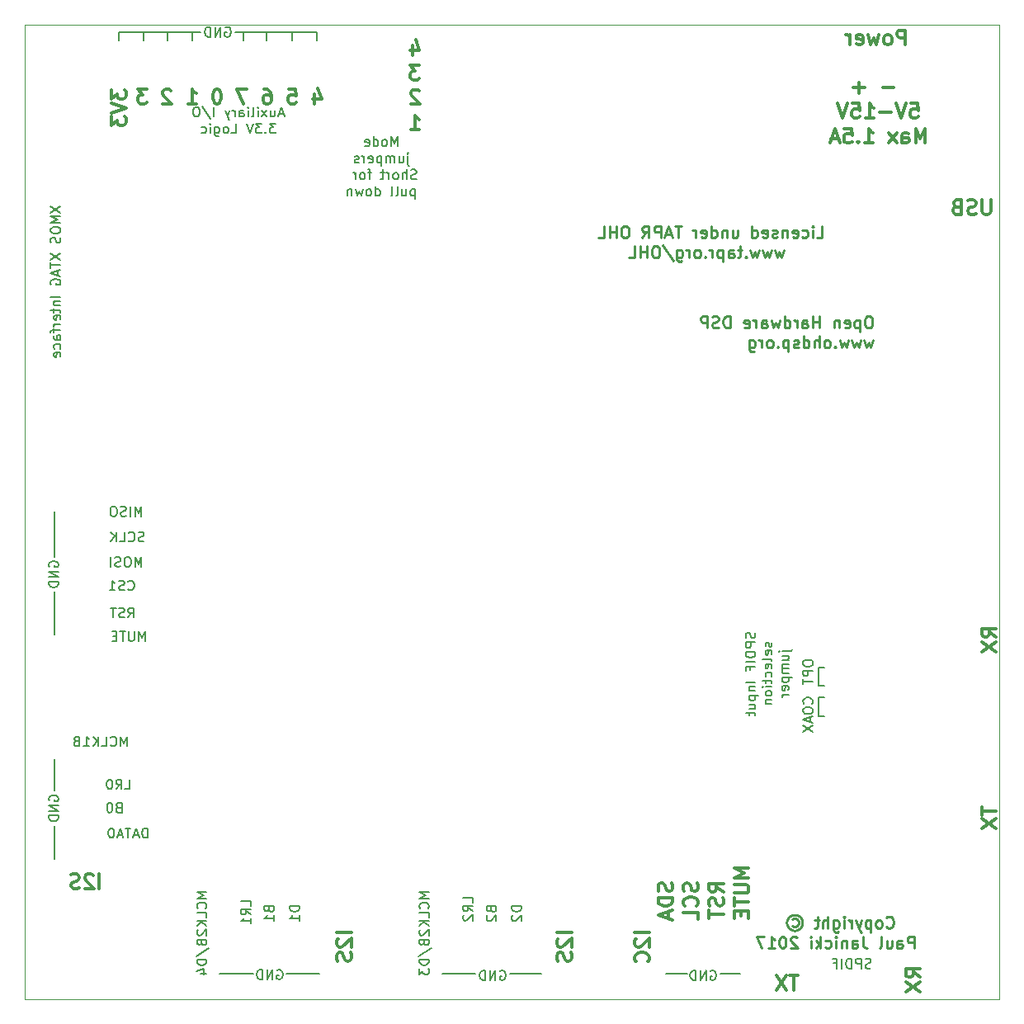
<source format=gbo>
G04 #@! TF.FileFunction,Legend,Bot*
%FSLAX46Y46*%
G04 Gerber Fmt 4.6, Leading zero omitted, Abs format (unit mm)*
G04 Created by KiCad (PCBNEW 4.0.5) date 02/08/17 14:07:06*
%MOMM*%
%LPD*%
G01*
G04 APERTURE LIST*
%ADD10C,0.150000*%
%ADD11C,0.200000*%
%ADD12C,0.300000*%
%ADD13C,0.100000*%
%ADD14C,0.250000*%
G04 APERTURE END LIST*
D10*
D11*
X3000000Y41800000D02*
X3000000Y37400000D01*
X3000000Y45400000D02*
X3000000Y50000000D01*
X2500000Y44361904D02*
X2452381Y44457142D01*
X2452381Y44599999D01*
X2500000Y44742857D01*
X2595238Y44838095D01*
X2690476Y44885714D01*
X2880952Y44933333D01*
X3023810Y44933333D01*
X3214286Y44885714D01*
X3309524Y44838095D01*
X3404762Y44742857D01*
X3452381Y44599999D01*
X3452381Y44504761D01*
X3404762Y44361904D01*
X3357143Y44314285D01*
X3023810Y44314285D01*
X3023810Y44504761D01*
X3452381Y43885714D02*
X2452381Y43885714D01*
X3452381Y43314285D01*
X2452381Y43314285D01*
X3452381Y42838095D02*
X2452381Y42838095D01*
X2452381Y42600000D01*
X2500000Y42457142D01*
X2595238Y42361904D01*
X2690476Y42314285D01*
X2880952Y42266666D01*
X3023810Y42266666D01*
X3214286Y42314285D01*
X3309524Y42361904D01*
X3404762Y42457142D01*
X3452381Y42600000D01*
X3452381Y42838095D01*
X3000000Y17800000D02*
X3000000Y14400000D01*
X3000000Y21400000D02*
X3000000Y24600000D01*
X2500000Y20361904D02*
X2452381Y20457142D01*
X2452381Y20599999D01*
X2500000Y20742857D01*
X2595238Y20838095D01*
X2690476Y20885714D01*
X2880952Y20933333D01*
X3023810Y20933333D01*
X3214286Y20885714D01*
X3309524Y20838095D01*
X3404762Y20742857D01*
X3452381Y20599999D01*
X3452381Y20504761D01*
X3404762Y20361904D01*
X3357143Y20314285D01*
X3023810Y20314285D01*
X3023810Y20504761D01*
X3452381Y19885714D02*
X2452381Y19885714D01*
X3452381Y19314285D01*
X2452381Y19314285D01*
X3452381Y18838095D02*
X2452381Y18838095D01*
X2452381Y18600000D01*
X2500000Y18457142D01*
X2595238Y18361904D01*
X2690476Y18314285D01*
X2880952Y18266666D01*
X3023810Y18266666D01*
X3214286Y18314285D01*
X3309524Y18361904D01*
X3404762Y18457142D01*
X3452381Y18600000D01*
X3452381Y18838095D01*
X23400000Y2600000D02*
X20000000Y2600000D01*
X26800000Y2600000D02*
X30200000Y2600000D01*
X46200000Y2600000D02*
X42800000Y2600000D01*
X49800000Y2600000D02*
X53000000Y2600000D01*
X68000000Y2600000D02*
X65800000Y2600000D01*
X71400000Y2600000D02*
X73400000Y2600000D01*
X70361904Y2900000D02*
X70457142Y2947619D01*
X70599999Y2947619D01*
X70742857Y2900000D01*
X70838095Y2804762D01*
X70885714Y2709524D01*
X70933333Y2519048D01*
X70933333Y2376190D01*
X70885714Y2185714D01*
X70838095Y2090476D01*
X70742857Y1995238D01*
X70599999Y1947619D01*
X70504761Y1947619D01*
X70361904Y1995238D01*
X70314285Y2042857D01*
X70314285Y2376190D01*
X70504761Y2376190D01*
X69885714Y1947619D02*
X69885714Y2947619D01*
X69314285Y1947619D01*
X69314285Y2947619D01*
X68838095Y1947619D02*
X68838095Y2947619D01*
X68600000Y2947619D01*
X68457142Y2900000D01*
X68361904Y2804762D01*
X68314285Y2709524D01*
X68266666Y2519048D01*
X68266666Y2376190D01*
X68314285Y2185714D01*
X68361904Y2090476D01*
X68457142Y1995238D01*
X68600000Y1947619D01*
X68838095Y1947619D01*
X48761904Y2900000D02*
X48857142Y2947619D01*
X48999999Y2947619D01*
X49142857Y2900000D01*
X49238095Y2804762D01*
X49285714Y2709524D01*
X49333333Y2519048D01*
X49333333Y2376190D01*
X49285714Y2185714D01*
X49238095Y2090476D01*
X49142857Y1995238D01*
X48999999Y1947619D01*
X48904761Y1947619D01*
X48761904Y1995238D01*
X48714285Y2042857D01*
X48714285Y2376190D01*
X48904761Y2376190D01*
X48285714Y1947619D02*
X48285714Y2947619D01*
X47714285Y1947619D01*
X47714285Y2947619D01*
X47238095Y1947619D02*
X47238095Y2947619D01*
X47000000Y2947619D01*
X46857142Y2900000D01*
X46761904Y2804762D01*
X46714285Y2709524D01*
X46666666Y2519048D01*
X46666666Y2376190D01*
X46714285Y2185714D01*
X46761904Y2090476D01*
X46857142Y1995238D01*
X47000000Y1947619D01*
X47238095Y1947619D01*
X25886904Y2975000D02*
X25982142Y3022619D01*
X26124999Y3022619D01*
X26267857Y2975000D01*
X26363095Y2879762D01*
X26410714Y2784524D01*
X26458333Y2594048D01*
X26458333Y2451190D01*
X26410714Y2260714D01*
X26363095Y2165476D01*
X26267857Y2070238D01*
X26124999Y2022619D01*
X26029761Y2022619D01*
X25886904Y2070238D01*
X25839285Y2117857D01*
X25839285Y2451190D01*
X26029761Y2451190D01*
X25410714Y2022619D02*
X25410714Y3022619D01*
X24839285Y2022619D01*
X24839285Y3022619D01*
X24363095Y2022619D02*
X24363095Y3022619D01*
X24125000Y3022619D01*
X23982142Y2975000D01*
X23886904Y2879762D01*
X23839285Y2784524D01*
X23791666Y2594048D01*
X23791666Y2451190D01*
X23839285Y2260714D01*
X23886904Y2165476D01*
X23982142Y2070238D01*
X24125000Y2022619D01*
X24363095Y2022619D01*
D12*
X39764285Y97846429D02*
X39764285Y96846429D01*
X40121428Y98417857D02*
X40478571Y97346429D01*
X39549999Y97346429D01*
X40474999Y95796429D02*
X39546428Y95796429D01*
X40046428Y95225000D01*
X39832142Y95225000D01*
X39689285Y95153571D01*
X39617856Y95082143D01*
X39546428Y94939286D01*
X39546428Y94582143D01*
X39617856Y94439286D01*
X39689285Y94367857D01*
X39832142Y94296429D01*
X40260714Y94296429D01*
X40403571Y94367857D01*
X40474999Y94439286D01*
X40453571Y93178571D02*
X40382142Y93250000D01*
X40239285Y93321429D01*
X39882142Y93321429D01*
X39739285Y93250000D01*
X39667856Y93178571D01*
X39596428Y93035714D01*
X39596428Y92892857D01*
X39667856Y92678571D01*
X40524999Y91821429D01*
X39596428Y91821429D01*
X39621428Y89196429D02*
X40478571Y89196429D01*
X40049999Y89196429D02*
X40049999Y90696429D01*
X40192856Y90482143D01*
X40335714Y90339286D01*
X40478571Y90267857D01*
D11*
X38241667Y87522619D02*
X38241667Y88522619D01*
X37908333Y87808333D01*
X37575000Y88522619D01*
X37575000Y87522619D01*
X36955953Y87522619D02*
X37051191Y87570238D01*
X37098810Y87617857D01*
X37146429Y87713095D01*
X37146429Y87998810D01*
X37098810Y88094048D01*
X37051191Y88141667D01*
X36955953Y88189286D01*
X36813095Y88189286D01*
X36717857Y88141667D01*
X36670238Y88094048D01*
X36622619Y87998810D01*
X36622619Y87713095D01*
X36670238Y87617857D01*
X36717857Y87570238D01*
X36813095Y87522619D01*
X36955953Y87522619D01*
X35765476Y87522619D02*
X35765476Y88522619D01*
X35765476Y87570238D02*
X35860714Y87522619D01*
X36051191Y87522619D01*
X36146429Y87570238D01*
X36194048Y87617857D01*
X36241667Y87713095D01*
X36241667Y87998810D01*
X36194048Y88094048D01*
X36146429Y88141667D01*
X36051191Y88189286D01*
X35860714Y88189286D01*
X35765476Y88141667D01*
X34908333Y87570238D02*
X35003571Y87522619D01*
X35194048Y87522619D01*
X35289286Y87570238D01*
X35336905Y87665476D01*
X35336905Y88046429D01*
X35289286Y88141667D01*
X35194048Y88189286D01*
X35003571Y88189286D01*
X34908333Y88141667D01*
X34860714Y88046429D01*
X34860714Y87951190D01*
X35336905Y87855952D01*
X39289286Y86489286D02*
X39289286Y85632143D01*
X39336905Y85536905D01*
X39432143Y85489286D01*
X39479762Y85489286D01*
X39289286Y86822619D02*
X39336905Y86775000D01*
X39289286Y86727381D01*
X39241667Y86775000D01*
X39289286Y86822619D01*
X39289286Y86727381D01*
X38384524Y86489286D02*
X38384524Y85822619D01*
X38813096Y86489286D02*
X38813096Y85965476D01*
X38765477Y85870238D01*
X38670239Y85822619D01*
X38527381Y85822619D01*
X38432143Y85870238D01*
X38384524Y85917857D01*
X37908334Y85822619D02*
X37908334Y86489286D01*
X37908334Y86394048D02*
X37860715Y86441667D01*
X37765477Y86489286D01*
X37622619Y86489286D01*
X37527381Y86441667D01*
X37479762Y86346429D01*
X37479762Y85822619D01*
X37479762Y86346429D02*
X37432143Y86441667D01*
X37336905Y86489286D01*
X37194048Y86489286D01*
X37098810Y86441667D01*
X37051191Y86346429D01*
X37051191Y85822619D01*
X36575001Y86489286D02*
X36575001Y85489286D01*
X36575001Y86441667D02*
X36479763Y86489286D01*
X36289286Y86489286D01*
X36194048Y86441667D01*
X36146429Y86394048D01*
X36098810Y86298810D01*
X36098810Y86013095D01*
X36146429Y85917857D01*
X36194048Y85870238D01*
X36289286Y85822619D01*
X36479763Y85822619D01*
X36575001Y85870238D01*
X35289286Y85870238D02*
X35384524Y85822619D01*
X35575001Y85822619D01*
X35670239Y85870238D01*
X35717858Y85965476D01*
X35717858Y86346429D01*
X35670239Y86441667D01*
X35575001Y86489286D01*
X35384524Y86489286D01*
X35289286Y86441667D01*
X35241667Y86346429D01*
X35241667Y86251190D01*
X35717858Y86155952D01*
X34813096Y85822619D02*
X34813096Y86489286D01*
X34813096Y86298810D02*
X34765477Y86394048D01*
X34717858Y86441667D01*
X34622620Y86489286D01*
X34527381Y86489286D01*
X34241667Y85870238D02*
X34146429Y85822619D01*
X33955953Y85822619D01*
X33860714Y85870238D01*
X33813095Y85965476D01*
X33813095Y86013095D01*
X33860714Y86108333D01*
X33955953Y86155952D01*
X34098810Y86155952D01*
X34194048Y86203571D01*
X34241667Y86298810D01*
X34241667Y86346429D01*
X34194048Y86441667D01*
X34098810Y86489286D01*
X33955953Y86489286D01*
X33860714Y86441667D01*
X40170239Y84170238D02*
X40027382Y84122619D01*
X39789286Y84122619D01*
X39694048Y84170238D01*
X39646429Y84217857D01*
X39598810Y84313095D01*
X39598810Y84408333D01*
X39646429Y84503571D01*
X39694048Y84551190D01*
X39789286Y84598810D01*
X39979763Y84646429D01*
X40075001Y84694048D01*
X40122620Y84741667D01*
X40170239Y84836905D01*
X40170239Y84932143D01*
X40122620Y85027381D01*
X40075001Y85075000D01*
X39979763Y85122619D01*
X39741667Y85122619D01*
X39598810Y85075000D01*
X39170239Y84122619D02*
X39170239Y85122619D01*
X38741667Y84122619D02*
X38741667Y84646429D01*
X38789286Y84741667D01*
X38884524Y84789286D01*
X39027382Y84789286D01*
X39122620Y84741667D01*
X39170239Y84694048D01*
X38122620Y84122619D02*
X38217858Y84170238D01*
X38265477Y84217857D01*
X38313096Y84313095D01*
X38313096Y84598810D01*
X38265477Y84694048D01*
X38217858Y84741667D01*
X38122620Y84789286D01*
X37979762Y84789286D01*
X37884524Y84741667D01*
X37836905Y84694048D01*
X37789286Y84598810D01*
X37789286Y84313095D01*
X37836905Y84217857D01*
X37884524Y84170238D01*
X37979762Y84122619D01*
X38122620Y84122619D01*
X37360715Y84122619D02*
X37360715Y84789286D01*
X37360715Y84598810D02*
X37313096Y84694048D01*
X37265477Y84741667D01*
X37170239Y84789286D01*
X37075000Y84789286D01*
X36884524Y84789286D02*
X36503572Y84789286D01*
X36741667Y85122619D02*
X36741667Y84265476D01*
X36694048Y84170238D01*
X36598810Y84122619D01*
X36503572Y84122619D01*
X35551190Y84789286D02*
X35170238Y84789286D01*
X35408333Y84122619D02*
X35408333Y84979762D01*
X35360714Y85075000D01*
X35265476Y85122619D01*
X35170238Y85122619D01*
X34694047Y84122619D02*
X34789285Y84170238D01*
X34836904Y84217857D01*
X34884523Y84313095D01*
X34884523Y84598810D01*
X34836904Y84694048D01*
X34789285Y84741667D01*
X34694047Y84789286D01*
X34551189Y84789286D01*
X34455951Y84741667D01*
X34408332Y84694048D01*
X34360713Y84598810D01*
X34360713Y84313095D01*
X34408332Y84217857D01*
X34455951Y84170238D01*
X34551189Y84122619D01*
X34694047Y84122619D01*
X33932142Y84122619D02*
X33932142Y84789286D01*
X33932142Y84598810D02*
X33884523Y84694048D01*
X33836904Y84741667D01*
X33741666Y84789286D01*
X33646427Y84789286D01*
X40027382Y83089286D02*
X40027382Y82089286D01*
X40027382Y83041667D02*
X39932144Y83089286D01*
X39741667Y83089286D01*
X39646429Y83041667D01*
X39598810Y82994048D01*
X39551191Y82898810D01*
X39551191Y82613095D01*
X39598810Y82517857D01*
X39646429Y82470238D01*
X39741667Y82422619D01*
X39932144Y82422619D01*
X40027382Y82470238D01*
X38694048Y83089286D02*
X38694048Y82422619D01*
X39122620Y83089286D02*
X39122620Y82565476D01*
X39075001Y82470238D01*
X38979763Y82422619D01*
X38836905Y82422619D01*
X38741667Y82470238D01*
X38694048Y82517857D01*
X38075001Y82422619D02*
X38170239Y82470238D01*
X38217858Y82565476D01*
X38217858Y83422619D01*
X37551191Y82422619D02*
X37646429Y82470238D01*
X37694048Y82565476D01*
X37694048Y83422619D01*
X35979761Y82422619D02*
X35979761Y83422619D01*
X35979761Y82470238D02*
X36074999Y82422619D01*
X36265476Y82422619D01*
X36360714Y82470238D01*
X36408333Y82517857D01*
X36455952Y82613095D01*
X36455952Y82898810D01*
X36408333Y82994048D01*
X36360714Y83041667D01*
X36265476Y83089286D01*
X36074999Y83089286D01*
X35979761Y83041667D01*
X35360714Y82422619D02*
X35455952Y82470238D01*
X35503571Y82517857D01*
X35551190Y82613095D01*
X35551190Y82898810D01*
X35503571Y82994048D01*
X35455952Y83041667D01*
X35360714Y83089286D01*
X35217856Y83089286D01*
X35122618Y83041667D01*
X35074999Y82994048D01*
X35027380Y82898810D01*
X35027380Y82613095D01*
X35074999Y82517857D01*
X35122618Y82470238D01*
X35217856Y82422619D01*
X35360714Y82422619D01*
X34694047Y83089286D02*
X34503571Y82422619D01*
X34313094Y82898810D01*
X34122618Y82422619D01*
X33932142Y83089286D01*
X33551190Y83089286D02*
X33551190Y82422619D01*
X33551190Y82994048D02*
X33503571Y83041667D01*
X33408333Y83089286D01*
X33265475Y83089286D01*
X33170237Y83041667D01*
X33122618Y82946429D01*
X33122618Y82422619D01*
X2652381Y81361906D02*
X3652381Y80695239D01*
X2652381Y80695239D02*
X3652381Y81361906D01*
X3652381Y80314287D02*
X2652381Y80314287D01*
X3366667Y79980953D01*
X2652381Y79647620D01*
X3652381Y79647620D01*
X2652381Y78980954D02*
X2652381Y78790477D01*
X2700000Y78695239D01*
X2795238Y78600001D01*
X2985714Y78552382D01*
X3319048Y78552382D01*
X3509524Y78600001D01*
X3604762Y78695239D01*
X3652381Y78790477D01*
X3652381Y78980954D01*
X3604762Y79076192D01*
X3509524Y79171430D01*
X3319048Y79219049D01*
X2985714Y79219049D01*
X2795238Y79171430D01*
X2700000Y79076192D01*
X2652381Y78980954D01*
X3604762Y78171430D02*
X3652381Y78028573D01*
X3652381Y77790477D01*
X3604762Y77695239D01*
X3557143Y77647620D01*
X3461905Y77600001D01*
X3366667Y77600001D01*
X3271429Y77647620D01*
X3223810Y77695239D01*
X3176190Y77790477D01*
X3128571Y77980954D01*
X3080952Y78076192D01*
X3033333Y78123811D01*
X2938095Y78171430D01*
X2842857Y78171430D01*
X2747619Y78123811D01*
X2700000Y78076192D01*
X2652381Y77980954D01*
X2652381Y77742858D01*
X2700000Y77600001D01*
X2652381Y76504763D02*
X3652381Y75838096D01*
X2652381Y75838096D02*
X3652381Y76504763D01*
X2652381Y75600001D02*
X2652381Y75028572D01*
X3652381Y75314287D02*
X2652381Y75314287D01*
X3366667Y74742858D02*
X3366667Y74266667D01*
X3652381Y74838096D02*
X2652381Y74504763D01*
X3652381Y74171429D01*
X2700000Y73314286D02*
X2652381Y73409524D01*
X2652381Y73552381D01*
X2700000Y73695239D01*
X2795238Y73790477D01*
X2890476Y73838096D01*
X3080952Y73885715D01*
X3223810Y73885715D01*
X3414286Y73838096D01*
X3509524Y73790477D01*
X3604762Y73695239D01*
X3652381Y73552381D01*
X3652381Y73457143D01*
X3604762Y73314286D01*
X3557143Y73266667D01*
X3223810Y73266667D01*
X3223810Y73457143D01*
X3652381Y72076191D02*
X2652381Y72076191D01*
X2985714Y71600001D02*
X3652381Y71600001D01*
X3080952Y71600001D02*
X3033333Y71552382D01*
X2985714Y71457144D01*
X2985714Y71314286D01*
X3033333Y71219048D01*
X3128571Y71171429D01*
X3652381Y71171429D01*
X2985714Y70838096D02*
X2985714Y70457144D01*
X2652381Y70695239D02*
X3509524Y70695239D01*
X3604762Y70647620D01*
X3652381Y70552382D01*
X3652381Y70457144D01*
X3604762Y69742857D02*
X3652381Y69838095D01*
X3652381Y70028572D01*
X3604762Y70123810D01*
X3509524Y70171429D01*
X3128571Y70171429D01*
X3033333Y70123810D01*
X2985714Y70028572D01*
X2985714Y69838095D01*
X3033333Y69742857D01*
X3128571Y69695238D01*
X3223810Y69695238D01*
X3319048Y70171429D01*
X3652381Y69266667D02*
X2985714Y69266667D01*
X3176190Y69266667D02*
X3080952Y69219048D01*
X3033333Y69171429D01*
X2985714Y69076191D01*
X2985714Y68980952D01*
X2985714Y68790476D02*
X2985714Y68409524D01*
X3652381Y68647619D02*
X2795238Y68647619D01*
X2700000Y68600000D01*
X2652381Y68504762D01*
X2652381Y68409524D01*
X3652381Y67647618D02*
X3128571Y67647618D01*
X3033333Y67695237D01*
X2985714Y67790475D01*
X2985714Y67980952D01*
X3033333Y68076190D01*
X3604762Y67647618D02*
X3652381Y67742856D01*
X3652381Y67980952D01*
X3604762Y68076190D01*
X3509524Y68123809D01*
X3414286Y68123809D01*
X3319048Y68076190D01*
X3271429Y67980952D01*
X3271429Y67742856D01*
X3223810Y67647618D01*
X3604762Y66742856D02*
X3652381Y66838094D01*
X3652381Y67028571D01*
X3604762Y67123809D01*
X3557143Y67171428D01*
X3461905Y67219047D01*
X3176190Y67219047D01*
X3080952Y67171428D01*
X3033333Y67123809D01*
X2985714Y67028571D01*
X2985714Y66838094D01*
X3033333Y66742856D01*
X3604762Y65933332D02*
X3652381Y66028570D01*
X3652381Y66219047D01*
X3604762Y66314285D01*
X3509524Y66361904D01*
X3128571Y66361904D01*
X3033333Y66314285D01*
X2985714Y66219047D01*
X2985714Y66028570D01*
X3033333Y65933332D01*
X3128571Y65885713D01*
X3223810Y65885713D01*
X3319048Y66361904D01*
X86809524Y3195238D02*
X86666667Y3147619D01*
X86428571Y3147619D01*
X86333333Y3195238D01*
X86285714Y3242857D01*
X86238095Y3338095D01*
X86238095Y3433333D01*
X86285714Y3528571D01*
X86333333Y3576190D01*
X86428571Y3623810D01*
X86619048Y3671429D01*
X86714286Y3719048D01*
X86761905Y3766667D01*
X86809524Y3861905D01*
X86809524Y3957143D01*
X86761905Y4052381D01*
X86714286Y4100000D01*
X86619048Y4147619D01*
X86380952Y4147619D01*
X86238095Y4100000D01*
X85809524Y3147619D02*
X85809524Y4147619D01*
X85428571Y4147619D01*
X85333333Y4100000D01*
X85285714Y4052381D01*
X85238095Y3957143D01*
X85238095Y3814286D01*
X85285714Y3719048D01*
X85333333Y3671429D01*
X85428571Y3623810D01*
X85809524Y3623810D01*
X84809524Y3147619D02*
X84809524Y4147619D01*
X84571429Y4147619D01*
X84428571Y4100000D01*
X84333333Y4004762D01*
X84285714Y3909524D01*
X84238095Y3719048D01*
X84238095Y3576190D01*
X84285714Y3385714D01*
X84333333Y3290476D01*
X84428571Y3195238D01*
X84571429Y3147619D01*
X84809524Y3147619D01*
X83809524Y3147619D02*
X83809524Y4147619D01*
X83000000Y3671429D02*
X83333334Y3671429D01*
X83333334Y3147619D02*
X83333334Y4147619D01*
X82857143Y4147619D01*
D12*
X91878571Y2249999D02*
X91164286Y2749999D01*
X91878571Y3107142D02*
X90378571Y3107142D01*
X90378571Y2535714D01*
X90450000Y2392856D01*
X90521429Y2321428D01*
X90664286Y2249999D01*
X90878571Y2249999D01*
X91021429Y2321428D01*
X91092857Y2392856D01*
X91164286Y2535714D01*
X91164286Y3107142D01*
X90378571Y1749999D02*
X91878571Y749999D01*
X90378571Y749999D02*
X91878571Y1749999D01*
X79342857Y2421429D02*
X78485714Y2421429D01*
X78914285Y921429D02*
X78914285Y2421429D01*
X78128571Y2421429D02*
X77128571Y921429D01*
X77128571Y2421429D02*
X78128571Y921429D01*
D11*
X81400000Y34000000D02*
X82000000Y34000000D01*
X81400000Y32200000D02*
X81400000Y34000000D01*
X82000000Y32200000D02*
X81400000Y32200000D01*
X81400000Y31000000D02*
X82000000Y31000000D01*
X81400000Y29000000D02*
X81400000Y31000000D01*
X82000000Y29000000D02*
X81400000Y29000000D01*
X80757143Y30319047D02*
X80804762Y30366666D01*
X80852381Y30509523D01*
X80852381Y30604761D01*
X80804762Y30747619D01*
X80709524Y30842857D01*
X80614286Y30890476D01*
X80423810Y30938095D01*
X80280952Y30938095D01*
X80090476Y30890476D01*
X79995238Y30842857D01*
X79900000Y30747619D01*
X79852381Y30604761D01*
X79852381Y30509523D01*
X79900000Y30366666D01*
X79947619Y30319047D01*
X79852381Y29700000D02*
X79852381Y29509523D01*
X79900000Y29414285D01*
X79995238Y29319047D01*
X80185714Y29271428D01*
X80519048Y29271428D01*
X80709524Y29319047D01*
X80804762Y29414285D01*
X80852381Y29509523D01*
X80852381Y29700000D01*
X80804762Y29795238D01*
X80709524Y29890476D01*
X80519048Y29938095D01*
X80185714Y29938095D01*
X79995238Y29890476D01*
X79900000Y29795238D01*
X79852381Y29700000D01*
X80566667Y28890476D02*
X80566667Y28414285D01*
X80852381Y28985714D02*
X79852381Y28652381D01*
X80852381Y28319047D01*
X79852381Y28080952D02*
X80852381Y27414285D01*
X79852381Y27414285D02*
X80852381Y28080952D01*
X79852381Y34576191D02*
X79852381Y34385714D01*
X79900000Y34290476D01*
X79995238Y34195238D01*
X80185714Y34147619D01*
X80519048Y34147619D01*
X80709524Y34195238D01*
X80804762Y34290476D01*
X80852381Y34385714D01*
X80852381Y34576191D01*
X80804762Y34671429D01*
X80709524Y34766667D01*
X80519048Y34814286D01*
X80185714Y34814286D01*
X79995238Y34766667D01*
X79900000Y34671429D01*
X79852381Y34576191D01*
X80852381Y33719048D02*
X79852381Y33719048D01*
X79852381Y33338095D01*
X79900000Y33242857D01*
X79947619Y33195238D01*
X80042857Y33147619D01*
X80185714Y33147619D01*
X80280952Y33195238D01*
X80328571Y33242857D01*
X80376190Y33338095D01*
X80376190Y33719048D01*
X79852381Y32861905D02*
X79852381Y32290476D01*
X80852381Y32576191D02*
X79852381Y32576191D01*
X74904762Y37614286D02*
X74952381Y37471429D01*
X74952381Y37233333D01*
X74904762Y37138095D01*
X74857143Y37090476D01*
X74761905Y37042857D01*
X74666667Y37042857D01*
X74571429Y37090476D01*
X74523810Y37138095D01*
X74476190Y37233333D01*
X74428571Y37423810D01*
X74380952Y37519048D01*
X74333333Y37566667D01*
X74238095Y37614286D01*
X74142857Y37614286D01*
X74047619Y37566667D01*
X74000000Y37519048D01*
X73952381Y37423810D01*
X73952381Y37185714D01*
X74000000Y37042857D01*
X74952381Y36614286D02*
X73952381Y36614286D01*
X73952381Y36233333D01*
X74000000Y36138095D01*
X74047619Y36090476D01*
X74142857Y36042857D01*
X74285714Y36042857D01*
X74380952Y36090476D01*
X74428571Y36138095D01*
X74476190Y36233333D01*
X74476190Y36614286D01*
X74952381Y35614286D02*
X73952381Y35614286D01*
X73952381Y35376191D01*
X74000000Y35233333D01*
X74095238Y35138095D01*
X74190476Y35090476D01*
X74380952Y35042857D01*
X74523810Y35042857D01*
X74714286Y35090476D01*
X74809524Y35138095D01*
X74904762Y35233333D01*
X74952381Y35376191D01*
X74952381Y35614286D01*
X74952381Y34614286D02*
X73952381Y34614286D01*
X74428571Y33804762D02*
X74428571Y34138096D01*
X74952381Y34138096D02*
X73952381Y34138096D01*
X73952381Y33661905D01*
X74952381Y32519048D02*
X73952381Y32519048D01*
X74285714Y32042858D02*
X74952381Y32042858D01*
X74380952Y32042858D02*
X74333333Y31995239D01*
X74285714Y31900001D01*
X74285714Y31757143D01*
X74333333Y31661905D01*
X74428571Y31614286D01*
X74952381Y31614286D01*
X74285714Y31138096D02*
X75285714Y31138096D01*
X74333333Y31138096D02*
X74285714Y31042858D01*
X74285714Y30852381D01*
X74333333Y30757143D01*
X74380952Y30709524D01*
X74476190Y30661905D01*
X74761905Y30661905D01*
X74857143Y30709524D01*
X74904762Y30757143D01*
X74952381Y30852381D01*
X74952381Y31042858D01*
X74904762Y31138096D01*
X74285714Y29804762D02*
X74952381Y29804762D01*
X74285714Y30233334D02*
X74809524Y30233334D01*
X74904762Y30185715D01*
X74952381Y30090477D01*
X74952381Y29947619D01*
X74904762Y29852381D01*
X74857143Y29804762D01*
X74285714Y29471429D02*
X74285714Y29090477D01*
X73952381Y29328572D02*
X74809524Y29328572D01*
X74904762Y29280953D01*
X74952381Y29185715D01*
X74952381Y29090477D01*
X76604762Y36590477D02*
X76652381Y36495239D01*
X76652381Y36304763D01*
X76604762Y36209524D01*
X76509524Y36161905D01*
X76461905Y36161905D01*
X76366667Y36209524D01*
X76319048Y36304763D01*
X76319048Y36447620D01*
X76271429Y36542858D01*
X76176190Y36590477D01*
X76128571Y36590477D01*
X76033333Y36542858D01*
X75985714Y36447620D01*
X75985714Y36304763D01*
X76033333Y36209524D01*
X76604762Y35352381D02*
X76652381Y35447619D01*
X76652381Y35638096D01*
X76604762Y35733334D01*
X76509524Y35780953D01*
X76128571Y35780953D01*
X76033333Y35733334D01*
X75985714Y35638096D01*
X75985714Y35447619D01*
X76033333Y35352381D01*
X76128571Y35304762D01*
X76223810Y35304762D01*
X76319048Y35780953D01*
X76652381Y34733334D02*
X76604762Y34828572D01*
X76509524Y34876191D01*
X75652381Y34876191D01*
X76604762Y33971428D02*
X76652381Y34066666D01*
X76652381Y34257143D01*
X76604762Y34352381D01*
X76509524Y34400000D01*
X76128571Y34400000D01*
X76033333Y34352381D01*
X75985714Y34257143D01*
X75985714Y34066666D01*
X76033333Y33971428D01*
X76128571Y33923809D01*
X76223810Y33923809D01*
X76319048Y34400000D01*
X76604762Y33066666D02*
X76652381Y33161904D01*
X76652381Y33352381D01*
X76604762Y33447619D01*
X76557143Y33495238D01*
X76461905Y33542857D01*
X76176190Y33542857D01*
X76080952Y33495238D01*
X76033333Y33447619D01*
X75985714Y33352381D01*
X75985714Y33161904D01*
X76033333Y33066666D01*
X75985714Y32780952D02*
X75985714Y32400000D01*
X75652381Y32638095D02*
X76509524Y32638095D01*
X76604762Y32590476D01*
X76652381Y32495238D01*
X76652381Y32400000D01*
X76652381Y32066666D02*
X75985714Y32066666D01*
X75652381Y32066666D02*
X75700000Y32114285D01*
X75747619Y32066666D01*
X75700000Y32019047D01*
X75652381Y32066666D01*
X75747619Y32066666D01*
X76652381Y31447619D02*
X76604762Y31542857D01*
X76557143Y31590476D01*
X76461905Y31638095D01*
X76176190Y31638095D01*
X76080952Y31590476D01*
X76033333Y31542857D01*
X75985714Y31447619D01*
X75985714Y31304761D01*
X76033333Y31209523D01*
X76080952Y31161904D01*
X76176190Y31114285D01*
X76461905Y31114285D01*
X76557143Y31161904D01*
X76604762Y31209523D01*
X76652381Y31304761D01*
X76652381Y31447619D01*
X75985714Y30685714D02*
X76652381Y30685714D01*
X76080952Y30685714D02*
X76033333Y30638095D01*
X75985714Y30542857D01*
X75985714Y30399999D01*
X76033333Y30304761D01*
X76128571Y30257142D01*
X76652381Y30257142D01*
X77685714Y35709524D02*
X78542857Y35709524D01*
X78638095Y35757143D01*
X78685714Y35852381D01*
X78685714Y35900000D01*
X77352381Y35709524D02*
X77400000Y35757143D01*
X77447619Y35709524D01*
X77400000Y35661905D01*
X77352381Y35709524D01*
X77447619Y35709524D01*
X77685714Y34804762D02*
X78352381Y34804762D01*
X77685714Y35233334D02*
X78209524Y35233334D01*
X78304762Y35185715D01*
X78352381Y35090477D01*
X78352381Y34947619D01*
X78304762Y34852381D01*
X78257143Y34804762D01*
X78352381Y34328572D02*
X77685714Y34328572D01*
X77780952Y34328572D02*
X77733333Y34280953D01*
X77685714Y34185715D01*
X77685714Y34042857D01*
X77733333Y33947619D01*
X77828571Y33900000D01*
X78352381Y33900000D01*
X77828571Y33900000D02*
X77733333Y33852381D01*
X77685714Y33757143D01*
X77685714Y33614286D01*
X77733333Y33519048D01*
X77828571Y33471429D01*
X78352381Y33471429D01*
X77685714Y32995239D02*
X78685714Y32995239D01*
X77733333Y32995239D02*
X77685714Y32900001D01*
X77685714Y32709524D01*
X77733333Y32614286D01*
X77780952Y32566667D01*
X77876190Y32519048D01*
X78161905Y32519048D01*
X78257143Y32566667D01*
X78304762Y32614286D01*
X78352381Y32709524D01*
X78352381Y32900001D01*
X78304762Y32995239D01*
X78304762Y31709524D02*
X78352381Y31804762D01*
X78352381Y31995239D01*
X78304762Y32090477D01*
X78209524Y32138096D01*
X77828571Y32138096D01*
X77733333Y32090477D01*
X77685714Y31995239D01*
X77685714Y31804762D01*
X77733333Y31709524D01*
X77828571Y31661905D01*
X77923810Y31661905D01*
X78019048Y32138096D01*
X78352381Y31233334D02*
X77685714Y31233334D01*
X77876190Y31233334D02*
X77780952Y31185715D01*
X77733333Y31138096D01*
X77685714Y31042858D01*
X77685714Y30947619D01*
X41452381Y11014286D02*
X40452381Y11014286D01*
X41166667Y10680952D01*
X40452381Y10347619D01*
X41452381Y10347619D01*
X41357143Y9300000D02*
X41404762Y9347619D01*
X41452381Y9490476D01*
X41452381Y9585714D01*
X41404762Y9728572D01*
X41309524Y9823810D01*
X41214286Y9871429D01*
X41023810Y9919048D01*
X40880952Y9919048D01*
X40690476Y9871429D01*
X40595238Y9823810D01*
X40500000Y9728572D01*
X40452381Y9585714D01*
X40452381Y9490476D01*
X40500000Y9347619D01*
X40547619Y9300000D01*
X41452381Y8395238D02*
X41452381Y8871429D01*
X40452381Y8871429D01*
X41452381Y8061905D02*
X40452381Y8061905D01*
X41452381Y7490476D02*
X40880952Y7919048D01*
X40452381Y7490476D02*
X41023810Y8061905D01*
X40547619Y7109524D02*
X40500000Y7061905D01*
X40452381Y6966667D01*
X40452381Y6728571D01*
X40500000Y6633333D01*
X40547619Y6585714D01*
X40642857Y6538095D01*
X40738095Y6538095D01*
X40880952Y6585714D01*
X41452381Y7157143D01*
X41452381Y6538095D01*
X40928571Y5776190D02*
X40976190Y5633333D01*
X41023810Y5585714D01*
X41119048Y5538095D01*
X41261905Y5538095D01*
X41357143Y5585714D01*
X41404762Y5633333D01*
X41452381Y5728571D01*
X41452381Y6109524D01*
X40452381Y6109524D01*
X40452381Y5776190D01*
X40500000Y5680952D01*
X40547619Y5633333D01*
X40642857Y5585714D01*
X40738095Y5585714D01*
X40833333Y5633333D01*
X40880952Y5680952D01*
X40928571Y5776190D01*
X40928571Y6109524D01*
X40404762Y4395238D02*
X41690476Y5252381D01*
X41452381Y4061905D02*
X40452381Y4061905D01*
X40452381Y3823810D01*
X40500000Y3680952D01*
X40595238Y3585714D01*
X40690476Y3538095D01*
X40880952Y3490476D01*
X41023810Y3490476D01*
X41214286Y3538095D01*
X41309524Y3585714D01*
X41404762Y3680952D01*
X41452381Y3823810D01*
X41452381Y4061905D01*
X40452381Y3157143D02*
X40452381Y2538095D01*
X40833333Y2871429D01*
X40833333Y2728571D01*
X40880952Y2633333D01*
X40928571Y2585714D01*
X41023810Y2538095D01*
X41261905Y2538095D01*
X41357143Y2585714D01*
X41404762Y2633333D01*
X41452381Y2728571D01*
X41452381Y3014286D01*
X41404762Y3109524D01*
X41357143Y3157143D01*
X45952381Y9916666D02*
X45952381Y10392857D01*
X44952381Y10392857D01*
X45952381Y9011904D02*
X45476190Y9345238D01*
X45952381Y9583333D02*
X44952381Y9583333D01*
X44952381Y9202380D01*
X45000000Y9107142D01*
X45047619Y9059523D01*
X45142857Y9011904D01*
X45285714Y9011904D01*
X45380952Y9059523D01*
X45428571Y9107142D01*
X45476190Y9202380D01*
X45476190Y9583333D01*
X45047619Y8630952D02*
X45000000Y8583333D01*
X44952381Y8488095D01*
X44952381Y8249999D01*
X45000000Y8154761D01*
X45047619Y8107142D01*
X45142857Y8059523D01*
X45238095Y8059523D01*
X45380952Y8107142D01*
X45952381Y8678571D01*
X45952381Y8059523D01*
X47835918Y9204761D02*
X47883537Y9061904D01*
X47931157Y9014285D01*
X48026395Y8966666D01*
X48169252Y8966666D01*
X48264490Y9014285D01*
X48312109Y9061904D01*
X48359728Y9157142D01*
X48359728Y9538095D01*
X47359728Y9538095D01*
X47359728Y9204761D01*
X47407347Y9109523D01*
X47454966Y9061904D01*
X47550204Y9014285D01*
X47645442Y9014285D01*
X47740680Y9061904D01*
X47788299Y9109523D01*
X47835918Y9204761D01*
X47835918Y9538095D01*
X47454966Y8585714D02*
X47407347Y8538095D01*
X47359728Y8442857D01*
X47359728Y8204761D01*
X47407347Y8109523D01*
X47454966Y8061904D01*
X47550204Y8014285D01*
X47645442Y8014285D01*
X47788299Y8061904D01*
X48359728Y8633333D01*
X48359728Y8014285D01*
X50959728Y9538095D02*
X49959728Y9538095D01*
X49959728Y9300000D01*
X50007347Y9157142D01*
X50102585Y9061904D01*
X50197823Y9014285D01*
X50388299Y8966666D01*
X50531157Y8966666D01*
X50721633Y9014285D01*
X50816871Y9061904D01*
X50912109Y9157142D01*
X50959728Y9300000D01*
X50959728Y9538095D01*
X50054966Y8585714D02*
X50007347Y8538095D01*
X49959728Y8442857D01*
X49959728Y8204761D01*
X50007347Y8109523D01*
X50054966Y8061904D01*
X50150204Y8014285D01*
X50245442Y8014285D01*
X50388299Y8061904D01*
X50959728Y8633333D01*
X50959728Y8014285D01*
X18652381Y11014286D02*
X17652381Y11014286D01*
X18366667Y10680952D01*
X17652381Y10347619D01*
X18652381Y10347619D01*
X18557143Y9300000D02*
X18604762Y9347619D01*
X18652381Y9490476D01*
X18652381Y9585714D01*
X18604762Y9728572D01*
X18509524Y9823810D01*
X18414286Y9871429D01*
X18223810Y9919048D01*
X18080952Y9919048D01*
X17890476Y9871429D01*
X17795238Y9823810D01*
X17700000Y9728572D01*
X17652381Y9585714D01*
X17652381Y9490476D01*
X17700000Y9347619D01*
X17747619Y9300000D01*
X18652381Y8395238D02*
X18652381Y8871429D01*
X17652381Y8871429D01*
X18652381Y8061905D02*
X17652381Y8061905D01*
X18652381Y7490476D02*
X18080952Y7919048D01*
X17652381Y7490476D02*
X18223810Y8061905D01*
X17747619Y7109524D02*
X17700000Y7061905D01*
X17652381Y6966667D01*
X17652381Y6728571D01*
X17700000Y6633333D01*
X17747619Y6585714D01*
X17842857Y6538095D01*
X17938095Y6538095D01*
X18080952Y6585714D01*
X18652381Y7157143D01*
X18652381Y6538095D01*
X18128571Y5776190D02*
X18176190Y5633333D01*
X18223810Y5585714D01*
X18319048Y5538095D01*
X18461905Y5538095D01*
X18557143Y5585714D01*
X18604762Y5633333D01*
X18652381Y5728571D01*
X18652381Y6109524D01*
X17652381Y6109524D01*
X17652381Y5776190D01*
X17700000Y5680952D01*
X17747619Y5633333D01*
X17842857Y5585714D01*
X17938095Y5585714D01*
X18033333Y5633333D01*
X18080952Y5680952D01*
X18128571Y5776190D01*
X18128571Y6109524D01*
X17604762Y4395238D02*
X18890476Y5252381D01*
X18652381Y4061905D02*
X17652381Y4061905D01*
X17652381Y3823810D01*
X17700000Y3680952D01*
X17795238Y3585714D01*
X17890476Y3538095D01*
X18080952Y3490476D01*
X18223810Y3490476D01*
X18414286Y3538095D01*
X18509524Y3585714D01*
X18604762Y3680952D01*
X18652381Y3823810D01*
X18652381Y4061905D01*
X17985714Y2633333D02*
X18652381Y2633333D01*
X17604762Y2871429D02*
X18319048Y3109524D01*
X18319048Y2490476D01*
X23159728Y9591081D02*
X23159728Y10067272D01*
X22159728Y10067272D01*
X23159728Y8686319D02*
X22683537Y9019653D01*
X23159728Y9257748D02*
X22159728Y9257748D01*
X22159728Y8876795D01*
X22207347Y8781557D01*
X22254966Y8733938D01*
X22350204Y8686319D01*
X22493061Y8686319D01*
X22588299Y8733938D01*
X22635918Y8781557D01*
X22683537Y8876795D01*
X22683537Y9257748D01*
X23159728Y7733938D02*
X23159728Y8305367D01*
X23159728Y8019653D02*
X22159728Y8019653D01*
X22302585Y8114891D01*
X22397823Y8210129D01*
X22445442Y8305367D01*
X25035918Y9204761D02*
X25083537Y9061904D01*
X25131157Y9014285D01*
X25226395Y8966666D01*
X25369252Y8966666D01*
X25464490Y9014285D01*
X25512109Y9061904D01*
X25559728Y9157142D01*
X25559728Y9538095D01*
X24559728Y9538095D01*
X24559728Y9204761D01*
X24607347Y9109523D01*
X24654966Y9061904D01*
X24750204Y9014285D01*
X24845442Y9014285D01*
X24940680Y9061904D01*
X24988299Y9109523D01*
X25035918Y9204761D01*
X25035918Y9538095D01*
X25559728Y8014285D02*
X25559728Y8585714D01*
X25559728Y8300000D02*
X24559728Y8300000D01*
X24702585Y8395238D01*
X24797823Y8490476D01*
X24845442Y8585714D01*
X28159728Y9538095D02*
X27159728Y9538095D01*
X27159728Y9300000D01*
X27207347Y9157142D01*
X27302585Y9061904D01*
X27397823Y9014285D01*
X27588299Y8966666D01*
X27731157Y8966666D01*
X27921633Y9014285D01*
X28016871Y9061904D01*
X28112109Y9157142D01*
X28159728Y9300000D01*
X28159728Y9538095D01*
X28159728Y8014285D02*
X28159728Y8585714D01*
X28159728Y8300000D02*
X27159728Y8300000D01*
X27302585Y8395238D01*
X27397823Y8490476D01*
X27445442Y8585714D01*
X10514286Y25947619D02*
X10514286Y26947619D01*
X10180952Y26233333D01*
X9847619Y26947619D01*
X9847619Y25947619D01*
X8800000Y26042857D02*
X8847619Y25995238D01*
X8990476Y25947619D01*
X9085714Y25947619D01*
X9228572Y25995238D01*
X9323810Y26090476D01*
X9371429Y26185714D01*
X9419048Y26376190D01*
X9419048Y26519048D01*
X9371429Y26709524D01*
X9323810Y26804762D01*
X9228572Y26900000D01*
X9085714Y26947619D01*
X8990476Y26947619D01*
X8847619Y26900000D01*
X8800000Y26852381D01*
X7895238Y25947619D02*
X8371429Y25947619D01*
X8371429Y26947619D01*
X7561905Y25947619D02*
X7561905Y26947619D01*
X6990476Y25947619D02*
X7419048Y26519048D01*
X6990476Y26947619D02*
X7561905Y26376190D01*
X6038095Y25947619D02*
X6609524Y25947619D01*
X6323810Y25947619D02*
X6323810Y26947619D01*
X6419048Y26804762D01*
X6514286Y26709524D01*
X6609524Y26661905D01*
X5276190Y26471429D02*
X5133333Y26423810D01*
X5085714Y26376190D01*
X5038095Y26280952D01*
X5038095Y26138095D01*
X5085714Y26042857D01*
X5133333Y25995238D01*
X5228571Y25947619D01*
X5609524Y25947619D01*
X5609524Y26947619D01*
X5276190Y26947619D01*
X5180952Y26900000D01*
X5133333Y26852381D01*
X5085714Y26757143D01*
X5085714Y26661905D01*
X5133333Y26566667D01*
X5180952Y26519048D01*
X5276190Y26471429D01*
X5609524Y26471429D01*
X12576191Y16547619D02*
X12576191Y17547619D01*
X12338096Y17547619D01*
X12195238Y17500000D01*
X12100000Y17404762D01*
X12052381Y17309524D01*
X12004762Y17119048D01*
X12004762Y16976190D01*
X12052381Y16785714D01*
X12100000Y16690476D01*
X12195238Y16595238D01*
X12338096Y16547619D01*
X12576191Y16547619D01*
X11623810Y16833333D02*
X11147619Y16833333D01*
X11719048Y16547619D02*
X11385715Y17547619D01*
X11052381Y16547619D01*
X10861905Y17547619D02*
X10290476Y17547619D01*
X10576191Y16547619D02*
X10576191Y17547619D01*
X10004762Y16833333D02*
X9528571Y16833333D01*
X10100000Y16547619D02*
X9766667Y17547619D01*
X9433333Y16547619D01*
X8909524Y17547619D02*
X8814285Y17547619D01*
X8719047Y17500000D01*
X8671428Y17452381D01*
X8623809Y17357143D01*
X8576190Y17166667D01*
X8576190Y16928571D01*
X8623809Y16738095D01*
X8671428Y16642857D01*
X8719047Y16595238D01*
X8814285Y16547619D01*
X8909524Y16547619D01*
X9004762Y16595238D01*
X9052381Y16642857D01*
X9100000Y16738095D01*
X9147619Y16928571D01*
X9147619Y17166667D01*
X9100000Y17357143D01*
X9052381Y17452381D01*
X9004762Y17500000D01*
X8909524Y17547619D01*
X9604761Y19671429D02*
X9461904Y19623810D01*
X9414285Y19576190D01*
X9366666Y19480952D01*
X9366666Y19338095D01*
X9414285Y19242857D01*
X9461904Y19195238D01*
X9557142Y19147619D01*
X9938095Y19147619D01*
X9938095Y20147619D01*
X9604761Y20147619D01*
X9509523Y20100000D01*
X9461904Y20052381D01*
X9414285Y19957143D01*
X9414285Y19861905D01*
X9461904Y19766667D01*
X9509523Y19719048D01*
X9604761Y19671429D01*
X9938095Y19671429D01*
X8747619Y20147619D02*
X8652380Y20147619D01*
X8557142Y20100000D01*
X8509523Y20052381D01*
X8461904Y19957143D01*
X8414285Y19766667D01*
X8414285Y19528571D01*
X8461904Y19338095D01*
X8509523Y19242857D01*
X8557142Y19195238D01*
X8652380Y19147619D01*
X8747619Y19147619D01*
X8842857Y19195238D01*
X8890476Y19242857D01*
X8938095Y19338095D01*
X8985714Y19528571D01*
X8985714Y19766667D01*
X8938095Y19957143D01*
X8890476Y20052381D01*
X8842857Y20100000D01*
X8747619Y20147619D01*
D12*
X99092857Y82021429D02*
X99092857Y80807143D01*
X99021429Y80664286D01*
X98950000Y80592857D01*
X98807143Y80521429D01*
X98521429Y80521429D01*
X98378571Y80592857D01*
X98307143Y80664286D01*
X98235714Y80807143D01*
X98235714Y82021429D01*
X97592857Y80592857D02*
X97378571Y80521429D01*
X97021428Y80521429D01*
X96878571Y80592857D01*
X96807142Y80664286D01*
X96735714Y80807143D01*
X96735714Y80950000D01*
X96807142Y81092857D01*
X96878571Y81164286D01*
X97021428Y81235714D01*
X97307142Y81307143D01*
X97450000Y81378571D01*
X97521428Y81450000D01*
X97592857Y81592857D01*
X97592857Y81735714D01*
X97521428Y81878571D01*
X97450000Y81950000D01*
X97307142Y82021429D01*
X96950000Y82021429D01*
X96735714Y81950000D01*
X95592857Y81307143D02*
X95378571Y81235714D01*
X95307143Y81164286D01*
X95235714Y81021429D01*
X95235714Y80807143D01*
X95307143Y80664286D01*
X95378571Y80592857D01*
X95521429Y80521429D01*
X96092857Y80521429D01*
X96092857Y82021429D01*
X95592857Y82021429D01*
X95450000Y81950000D01*
X95378571Y81878571D01*
X95307143Y81735714D01*
X95307143Y81592857D01*
X95378571Y81450000D01*
X95450000Y81378571D01*
X95592857Y81307143D01*
X96092857Y81307143D01*
D11*
X12361905Y36747619D02*
X12361905Y37747619D01*
X12028571Y37033333D01*
X11695238Y37747619D01*
X11695238Y36747619D01*
X11219048Y37747619D02*
X11219048Y36938095D01*
X11171429Y36842857D01*
X11123810Y36795238D01*
X11028572Y36747619D01*
X10838095Y36747619D01*
X10742857Y36795238D01*
X10695238Y36842857D01*
X10647619Y36938095D01*
X10647619Y37747619D01*
X10314286Y37747619D02*
X9742857Y37747619D01*
X10028572Y36747619D02*
X10028572Y37747619D01*
X9409524Y37271429D02*
X9076190Y37271429D01*
X8933333Y36747619D02*
X9409524Y36747619D01*
X9409524Y37747619D01*
X8933333Y37747619D01*
X10590476Y39147619D02*
X10923810Y39623810D01*
X11161905Y39147619D02*
X11161905Y40147619D01*
X10780952Y40147619D01*
X10685714Y40100000D01*
X10638095Y40052381D01*
X10590476Y39957143D01*
X10590476Y39814286D01*
X10638095Y39719048D01*
X10685714Y39671429D01*
X10780952Y39623810D01*
X11161905Y39623810D01*
X10209524Y39195238D02*
X10066667Y39147619D01*
X9828571Y39147619D01*
X9733333Y39195238D01*
X9685714Y39242857D01*
X9638095Y39338095D01*
X9638095Y39433333D01*
X9685714Y39528571D01*
X9733333Y39576190D01*
X9828571Y39623810D01*
X10019048Y39671429D01*
X10114286Y39719048D01*
X10161905Y39766667D01*
X10209524Y39861905D01*
X10209524Y39957143D01*
X10161905Y40052381D01*
X10114286Y40100000D01*
X10019048Y40147619D01*
X9780952Y40147619D01*
X9638095Y40100000D01*
X9352381Y40147619D02*
X8780952Y40147619D01*
X9066667Y39147619D02*
X9066667Y40147619D01*
X10590476Y42042857D02*
X10638095Y41995238D01*
X10780952Y41947619D01*
X10876190Y41947619D01*
X11019048Y41995238D01*
X11114286Y42090476D01*
X11161905Y42185714D01*
X11209524Y42376190D01*
X11209524Y42519048D01*
X11161905Y42709524D01*
X11114286Y42804762D01*
X11019048Y42900000D01*
X10876190Y42947619D01*
X10780952Y42947619D01*
X10638095Y42900000D01*
X10590476Y42852381D01*
X10209524Y41995238D02*
X10066667Y41947619D01*
X9828571Y41947619D01*
X9733333Y41995238D01*
X9685714Y42042857D01*
X9638095Y42138095D01*
X9638095Y42233333D01*
X9685714Y42328571D01*
X9733333Y42376190D01*
X9828571Y42423810D01*
X10019048Y42471429D01*
X10114286Y42519048D01*
X10161905Y42566667D01*
X10209524Y42661905D01*
X10209524Y42757143D01*
X10161905Y42852381D01*
X10114286Y42900000D01*
X10019048Y42947619D01*
X9780952Y42947619D01*
X9638095Y42900000D01*
X8685714Y41947619D02*
X9257143Y41947619D01*
X8971429Y41947619D02*
X8971429Y42947619D01*
X9066667Y42804762D01*
X9161905Y42709524D01*
X9257143Y42661905D01*
X11961905Y44347619D02*
X11961905Y45347619D01*
X11628571Y44633333D01*
X11295238Y45347619D01*
X11295238Y44347619D01*
X10628572Y45347619D02*
X10438095Y45347619D01*
X10342857Y45300000D01*
X10247619Y45204762D01*
X10200000Y45014286D01*
X10200000Y44680952D01*
X10247619Y44490476D01*
X10342857Y44395238D01*
X10438095Y44347619D01*
X10628572Y44347619D01*
X10723810Y44395238D01*
X10819048Y44490476D01*
X10866667Y44680952D01*
X10866667Y45014286D01*
X10819048Y45204762D01*
X10723810Y45300000D01*
X10628572Y45347619D01*
X9819048Y44395238D02*
X9676191Y44347619D01*
X9438095Y44347619D01*
X9342857Y44395238D01*
X9295238Y44442857D01*
X9247619Y44538095D01*
X9247619Y44633333D01*
X9295238Y44728571D01*
X9342857Y44776190D01*
X9438095Y44823810D01*
X9628572Y44871429D01*
X9723810Y44919048D01*
X9771429Y44966667D01*
X9819048Y45061905D01*
X9819048Y45157143D01*
X9771429Y45252381D01*
X9723810Y45300000D01*
X9628572Y45347619D01*
X9390476Y45347619D01*
X9247619Y45300000D01*
X8819048Y44347619D02*
X8819048Y45347619D01*
X12209524Y46995238D02*
X12066667Y46947619D01*
X11828571Y46947619D01*
X11733333Y46995238D01*
X11685714Y47042857D01*
X11638095Y47138095D01*
X11638095Y47233333D01*
X11685714Y47328571D01*
X11733333Y47376190D01*
X11828571Y47423810D01*
X12019048Y47471429D01*
X12114286Y47519048D01*
X12161905Y47566667D01*
X12209524Y47661905D01*
X12209524Y47757143D01*
X12161905Y47852381D01*
X12114286Y47900000D01*
X12019048Y47947619D01*
X11780952Y47947619D01*
X11638095Y47900000D01*
X10638095Y47042857D02*
X10685714Y46995238D01*
X10828571Y46947619D01*
X10923809Y46947619D01*
X11066667Y46995238D01*
X11161905Y47090476D01*
X11209524Y47185714D01*
X11257143Y47376190D01*
X11257143Y47519048D01*
X11209524Y47709524D01*
X11161905Y47804762D01*
X11066667Y47900000D01*
X10923809Y47947619D01*
X10828571Y47947619D01*
X10685714Y47900000D01*
X10638095Y47852381D01*
X9733333Y46947619D02*
X10209524Y46947619D01*
X10209524Y47947619D01*
X9400000Y46947619D02*
X9400000Y47947619D01*
X8828571Y46947619D02*
X9257143Y47519048D01*
X8828571Y47947619D02*
X9400000Y47376190D01*
X11961905Y49547619D02*
X11961905Y50547619D01*
X11628571Y49833333D01*
X11295238Y50547619D01*
X11295238Y49547619D01*
X10819048Y49547619D02*
X10819048Y50547619D01*
X10390477Y49595238D02*
X10247620Y49547619D01*
X10009524Y49547619D01*
X9914286Y49595238D01*
X9866667Y49642857D01*
X9819048Y49738095D01*
X9819048Y49833333D01*
X9866667Y49928571D01*
X9914286Y49976190D01*
X10009524Y50023810D01*
X10200001Y50071429D01*
X10295239Y50119048D01*
X10342858Y50166667D01*
X10390477Y50261905D01*
X10390477Y50357143D01*
X10342858Y50452381D01*
X10295239Y50500000D01*
X10200001Y50547619D01*
X9961905Y50547619D01*
X9819048Y50500000D01*
X9200001Y50547619D02*
X9009524Y50547619D01*
X8914286Y50500000D01*
X8819048Y50404762D01*
X8771429Y50214286D01*
X8771429Y49880952D01*
X8819048Y49690476D01*
X8914286Y49595238D01*
X9009524Y49547619D01*
X9200001Y49547619D01*
X9295239Y49595238D01*
X9390477Y49690476D01*
X9438096Y49880952D01*
X9438096Y50214286D01*
X9390477Y50404762D01*
X9295239Y50500000D01*
X9200001Y50547619D01*
D12*
X74278571Y13442857D02*
X72778571Y13442857D01*
X73850000Y12942857D01*
X72778571Y12442857D01*
X74278571Y12442857D01*
X72778571Y11728571D02*
X73992857Y11728571D01*
X74135714Y11657143D01*
X74207143Y11585714D01*
X74278571Y11442857D01*
X74278571Y11157143D01*
X74207143Y11014285D01*
X74135714Y10942857D01*
X73992857Y10871428D01*
X72778571Y10871428D01*
X72778571Y10371428D02*
X72778571Y9514285D01*
X74278571Y9942856D02*
X72778571Y9942856D01*
X73492857Y9014285D02*
X73492857Y8514285D01*
X74278571Y8299999D02*
X74278571Y9014285D01*
X72778571Y9014285D01*
X72778571Y8299999D01*
X71678571Y10985714D02*
X70964286Y11485714D01*
X71678571Y11842857D02*
X70178571Y11842857D01*
X70178571Y11271429D01*
X70250000Y11128571D01*
X70321429Y11057143D01*
X70464286Y10985714D01*
X70678571Y10985714D01*
X70821429Y11057143D01*
X70892857Y11128571D01*
X70964286Y11271429D01*
X70964286Y11842857D01*
X71607143Y10414286D02*
X71678571Y10200000D01*
X71678571Y9842857D01*
X71607143Y9700000D01*
X71535714Y9628571D01*
X71392857Y9557143D01*
X71250000Y9557143D01*
X71107143Y9628571D01*
X71035714Y9700000D01*
X70964286Y9842857D01*
X70892857Y10128571D01*
X70821429Y10271429D01*
X70750000Y10342857D01*
X70607143Y10414286D01*
X70464286Y10414286D01*
X70321429Y10342857D01*
X70250000Y10271429D01*
X70178571Y10128571D01*
X70178571Y9771429D01*
X70250000Y9557143D01*
X70178571Y9128572D02*
X70178571Y8271429D01*
X71678571Y8700000D02*
X70178571Y8700000D01*
X69007143Y11914286D02*
X69078571Y11700000D01*
X69078571Y11342857D01*
X69007143Y11200000D01*
X68935714Y11128571D01*
X68792857Y11057143D01*
X68650000Y11057143D01*
X68507143Y11128571D01*
X68435714Y11200000D01*
X68364286Y11342857D01*
X68292857Y11628571D01*
X68221429Y11771429D01*
X68150000Y11842857D01*
X68007143Y11914286D01*
X67864286Y11914286D01*
X67721429Y11842857D01*
X67650000Y11771429D01*
X67578571Y11628571D01*
X67578571Y11271429D01*
X67650000Y11057143D01*
X68935714Y9557143D02*
X69007143Y9628572D01*
X69078571Y9842858D01*
X69078571Y9985715D01*
X69007143Y10200000D01*
X68864286Y10342858D01*
X68721429Y10414286D01*
X68435714Y10485715D01*
X68221429Y10485715D01*
X67935714Y10414286D01*
X67792857Y10342858D01*
X67650000Y10200000D01*
X67578571Y9985715D01*
X67578571Y9842858D01*
X67650000Y9628572D01*
X67721429Y9557143D01*
X69078571Y8200000D02*
X69078571Y8914286D01*
X67578571Y8914286D01*
X66407143Y11914286D02*
X66478571Y11700000D01*
X66478571Y11342857D01*
X66407143Y11200000D01*
X66335714Y11128571D01*
X66192857Y11057143D01*
X66050000Y11057143D01*
X65907143Y11128571D01*
X65835714Y11200000D01*
X65764286Y11342857D01*
X65692857Y11628571D01*
X65621429Y11771429D01*
X65550000Y11842857D01*
X65407143Y11914286D01*
X65264286Y11914286D01*
X65121429Y11842857D01*
X65050000Y11771429D01*
X64978571Y11628571D01*
X64978571Y11271429D01*
X65050000Y11057143D01*
X66478571Y10414286D02*
X64978571Y10414286D01*
X64978571Y10057143D01*
X65050000Y9842858D01*
X65192857Y9700000D01*
X65335714Y9628572D01*
X65621429Y9557143D01*
X65835714Y9557143D01*
X66121429Y9628572D01*
X66264286Y9700000D01*
X66407143Y9842858D01*
X66478571Y10057143D01*
X66478571Y10414286D01*
X66050000Y8985715D02*
X66050000Y8271429D01*
X66478571Y9128572D02*
X64978571Y8628572D01*
X66478571Y8128572D01*
X64078571Y6842857D02*
X62578571Y6842857D01*
X62721429Y6200000D02*
X62650000Y6128571D01*
X62578571Y5985714D01*
X62578571Y5628571D01*
X62650000Y5485714D01*
X62721429Y5414285D01*
X62864286Y5342857D01*
X63007143Y5342857D01*
X63221429Y5414285D01*
X64078571Y6271428D01*
X64078571Y5342857D01*
X63935714Y3842857D02*
X64007143Y3914286D01*
X64078571Y4128572D01*
X64078571Y4271429D01*
X64007143Y4485714D01*
X63864286Y4628572D01*
X63721429Y4700000D01*
X63435714Y4771429D01*
X63221429Y4771429D01*
X62935714Y4700000D01*
X62792857Y4628572D01*
X62650000Y4485714D01*
X62578571Y4271429D01*
X62578571Y4128572D01*
X62650000Y3914286D01*
X62721429Y3842857D01*
X56078571Y6842857D02*
X54578571Y6842857D01*
X54721429Y6200000D02*
X54650000Y6128571D01*
X54578571Y5985714D01*
X54578571Y5628571D01*
X54650000Y5485714D01*
X54721429Y5414285D01*
X54864286Y5342857D01*
X55007143Y5342857D01*
X55221429Y5414285D01*
X56078571Y6271428D01*
X56078571Y5342857D01*
X56007143Y4771429D02*
X56078571Y4557143D01*
X56078571Y4200000D01*
X56007143Y4057143D01*
X55935714Y3985714D01*
X55792857Y3914286D01*
X55650000Y3914286D01*
X55507143Y3985714D01*
X55435714Y4057143D01*
X55364286Y4200000D01*
X55292857Y4485714D01*
X55221429Y4628572D01*
X55150000Y4700000D01*
X55007143Y4771429D01*
X54864286Y4771429D01*
X54721429Y4700000D01*
X54650000Y4628572D01*
X54578571Y4485714D01*
X54578571Y4128572D01*
X54650000Y3914286D01*
X33478571Y6842857D02*
X31978571Y6842857D01*
X32121429Y6200000D02*
X32050000Y6128571D01*
X31978571Y5985714D01*
X31978571Y5628571D01*
X32050000Y5485714D01*
X32121429Y5414285D01*
X32264286Y5342857D01*
X32407143Y5342857D01*
X32621429Y5414285D01*
X33478571Y6271428D01*
X33478571Y5342857D01*
X33407143Y4771429D02*
X33478571Y4557143D01*
X33478571Y4200000D01*
X33407143Y4057143D01*
X33335714Y3985714D01*
X33192857Y3914286D01*
X33050000Y3914286D01*
X32907143Y3985714D01*
X32835714Y4057143D01*
X32764286Y4200000D01*
X32692857Y4485714D01*
X32621429Y4628572D01*
X32550000Y4700000D01*
X32407143Y4771429D01*
X32264286Y4771429D01*
X32121429Y4700000D01*
X32050000Y4628572D01*
X31978571Y4485714D01*
X31978571Y4128572D01*
X32050000Y3914286D01*
X90885713Y91896429D02*
X91599999Y91896429D01*
X91671428Y91182143D01*
X91599999Y91253571D01*
X91457142Y91325000D01*
X91099999Y91325000D01*
X90957142Y91253571D01*
X90885713Y91182143D01*
X90814285Y91039286D01*
X90814285Y90682143D01*
X90885713Y90539286D01*
X90957142Y90467857D01*
X91099999Y90396429D01*
X91457142Y90396429D01*
X91599999Y90467857D01*
X91671428Y90539286D01*
X90385714Y91896429D02*
X89885714Y90396429D01*
X89385714Y91896429D01*
X88885714Y90967857D02*
X87742857Y90967857D01*
X86242857Y90396429D02*
X87100000Y90396429D01*
X86671428Y90396429D02*
X86671428Y91896429D01*
X86814285Y91682143D01*
X86957143Y91539286D01*
X87100000Y91467857D01*
X84885714Y91896429D02*
X85600000Y91896429D01*
X85671429Y91182143D01*
X85600000Y91253571D01*
X85457143Y91325000D01*
X85100000Y91325000D01*
X84957143Y91253571D01*
X84885714Y91182143D01*
X84814286Y91039286D01*
X84814286Y90682143D01*
X84885714Y90539286D01*
X84957143Y90467857D01*
X85100000Y90396429D01*
X85457143Y90396429D01*
X85600000Y90467857D01*
X85671429Y90539286D01*
X84385715Y91896429D02*
X83885715Y90396429D01*
X83385715Y91896429D01*
X92385714Y87846429D02*
X92385714Y89346429D01*
X91885714Y88275000D01*
X91385714Y89346429D01*
X91385714Y87846429D01*
X90028571Y87846429D02*
X90028571Y88632143D01*
X90100000Y88775000D01*
X90242857Y88846429D01*
X90528571Y88846429D01*
X90671428Y88775000D01*
X90028571Y87917857D02*
X90171428Y87846429D01*
X90528571Y87846429D01*
X90671428Y87917857D01*
X90742857Y88060714D01*
X90742857Y88203571D01*
X90671428Y88346429D01*
X90528571Y88417857D01*
X90171428Y88417857D01*
X90028571Y88489286D01*
X89457142Y87846429D02*
X88671428Y88846429D01*
X89457142Y88846429D02*
X88671428Y87846429D01*
X86171428Y87846429D02*
X87028571Y87846429D01*
X86599999Y87846429D02*
X86599999Y89346429D01*
X86742856Y89132143D01*
X86885714Y88989286D01*
X87028571Y88917857D01*
X85528571Y87989286D02*
X85457143Y87917857D01*
X85528571Y87846429D01*
X85600000Y87917857D01*
X85528571Y87989286D01*
X85528571Y87846429D01*
X84099999Y89346429D02*
X84814285Y89346429D01*
X84885714Y88632143D01*
X84814285Y88703571D01*
X84671428Y88775000D01*
X84314285Y88775000D01*
X84171428Y88703571D01*
X84099999Y88632143D01*
X84028571Y88489286D01*
X84028571Y88132143D01*
X84099999Y87989286D01*
X84171428Y87917857D01*
X84314285Y87846429D01*
X84671428Y87846429D01*
X84814285Y87917857D01*
X84885714Y87989286D01*
X83457143Y88275000D02*
X82742857Y88275000D01*
X83600000Y87846429D02*
X83100000Y89346429D01*
X82600000Y87846429D01*
D11*
X9600000Y99200000D02*
X9600000Y98400000D01*
X12200000Y99200000D02*
X12200000Y98400000D01*
X14600000Y99200000D02*
X14600000Y98400000D01*
X17200000Y99200000D02*
X17200000Y98400000D01*
X22400000Y99200000D02*
X22400000Y98400000D01*
X24800000Y99200000D02*
X24800000Y98400000D01*
X27400000Y99200000D02*
X27400000Y98400000D01*
X30000000Y99200000D02*
X30000000Y98400000D01*
X9600000Y99200000D02*
X18000000Y99200000D01*
X21600000Y99200000D02*
X30000000Y99200000D01*
X20561904Y99700000D02*
X20657142Y99747619D01*
X20799999Y99747619D01*
X20942857Y99700000D01*
X21038095Y99604762D01*
X21085714Y99509524D01*
X21133333Y99319048D01*
X21133333Y99176190D01*
X21085714Y98985714D01*
X21038095Y98890476D01*
X20942857Y98795238D01*
X20799999Y98747619D01*
X20704761Y98747619D01*
X20561904Y98795238D01*
X20514285Y98842857D01*
X20514285Y99176190D01*
X20704761Y99176190D01*
X20085714Y98747619D02*
X20085714Y99747619D01*
X19514285Y98747619D01*
X19514285Y99747619D01*
X19038095Y98747619D02*
X19038095Y99747619D01*
X18800000Y99747619D01*
X18657142Y99700000D01*
X18561904Y99604762D01*
X18514285Y99509524D01*
X18466666Y99319048D01*
X18466666Y99176190D01*
X18514285Y98985714D01*
X18561904Y98890476D01*
X18657142Y98795238D01*
X18800000Y98747619D01*
X19038095Y98747619D01*
D12*
X8878571Y93307142D02*
X8878571Y92378571D01*
X9450000Y92878571D01*
X9450000Y92664285D01*
X9521429Y92521428D01*
X9592857Y92449999D01*
X9735714Y92378571D01*
X10092857Y92378571D01*
X10235714Y92449999D01*
X10307143Y92521428D01*
X10378571Y92664285D01*
X10378571Y93092857D01*
X10307143Y93235714D01*
X10235714Y93307142D01*
X8878571Y91950000D02*
X10378571Y91450000D01*
X8878571Y90950000D01*
X8878571Y90592857D02*
X8878571Y89664286D01*
X9450000Y90164286D01*
X9450000Y89950000D01*
X9521429Y89807143D01*
X9592857Y89735714D01*
X9735714Y89664286D01*
X10092857Y89664286D01*
X10235714Y89735714D01*
X10307143Y89807143D01*
X10378571Y89950000D01*
X10378571Y90378572D01*
X10307143Y90521429D01*
X10235714Y90592857D01*
X29714283Y92871429D02*
X29714283Y91871429D01*
X30071426Y93442857D02*
X30428569Y92371429D01*
X29499997Y92371429D01*
X27071426Y93371429D02*
X27785712Y93371429D01*
X27857141Y92657143D01*
X27785712Y92728571D01*
X27642855Y92800000D01*
X27285712Y92800000D01*
X27142855Y92728571D01*
X27071426Y92657143D01*
X26999998Y92514286D01*
X26999998Y92157143D01*
X27071426Y92014286D01*
X27142855Y91942857D01*
X27285712Y91871429D01*
X27642855Y91871429D01*
X27785712Y91942857D01*
X27857141Y92014286D01*
X24571427Y93371429D02*
X24857141Y93371429D01*
X24999998Y93300000D01*
X25071427Y93228571D01*
X25214284Y93014286D01*
X25285713Y92728571D01*
X25285713Y92157143D01*
X25214284Y92014286D01*
X25142856Y91942857D01*
X24999998Y91871429D01*
X24714284Y91871429D01*
X24571427Y91942857D01*
X24499998Y92014286D01*
X24428570Y92157143D01*
X24428570Y92514286D01*
X24499998Y92657143D01*
X24571427Y92728571D01*
X24714284Y92800000D01*
X24999998Y92800000D01*
X25142856Y92728571D01*
X25214284Y92657143D01*
X25285713Y92514286D01*
X22785713Y93371429D02*
X21785713Y93371429D01*
X22428570Y91871429D01*
X19785714Y93371429D02*
X19642857Y93371429D01*
X19500000Y93300000D01*
X19428571Y93228571D01*
X19357142Y93085714D01*
X19285714Y92800000D01*
X19285714Y92442857D01*
X19357142Y92157143D01*
X19428571Y92014286D01*
X19500000Y91942857D01*
X19642857Y91871429D01*
X19785714Y91871429D01*
X19928571Y91942857D01*
X20000000Y92014286D01*
X20071428Y92157143D01*
X20142857Y92442857D01*
X20142857Y92800000D01*
X20071428Y93085714D01*
X20000000Y93228571D01*
X19928571Y93300000D01*
X19785714Y93371429D01*
X16714286Y91871429D02*
X17571429Y91871429D01*
X17142857Y91871429D02*
X17142857Y93371429D01*
X17285714Y93157143D01*
X17428572Y93014286D01*
X17571429Y92942857D01*
X15000001Y93228571D02*
X14928572Y93300000D01*
X14785715Y93371429D01*
X14428572Y93371429D01*
X14285715Y93300000D01*
X14214286Y93228571D01*
X14142858Y93085714D01*
X14142858Y92942857D01*
X14214286Y92728571D01*
X15071429Y91871429D01*
X14142858Y91871429D01*
X12500001Y93371429D02*
X11571430Y93371429D01*
X12071430Y92800000D01*
X11857144Y92800000D01*
X11714287Y92728571D01*
X11642858Y92657143D01*
X11571430Y92514286D01*
X11571430Y92157143D01*
X11642858Y92014286D01*
X11714287Y91942857D01*
X11857144Y91871429D01*
X12285716Y91871429D01*
X12428573Y91942857D01*
X12500001Y92014286D01*
D11*
X26542857Y90833333D02*
X26066666Y90833333D01*
X26638095Y90547619D02*
X26304762Y91547619D01*
X25971428Y90547619D01*
X25209523Y91214286D02*
X25209523Y90547619D01*
X25638095Y91214286D02*
X25638095Y90690476D01*
X25590476Y90595238D01*
X25495238Y90547619D01*
X25352380Y90547619D01*
X25257142Y90595238D01*
X25209523Y90642857D01*
X24828571Y90547619D02*
X24304761Y91214286D01*
X24828571Y91214286D02*
X24304761Y90547619D01*
X23923809Y90547619D02*
X23923809Y91214286D01*
X23923809Y91547619D02*
X23971428Y91500000D01*
X23923809Y91452381D01*
X23876190Y91500000D01*
X23923809Y91547619D01*
X23923809Y91452381D01*
X23304762Y90547619D02*
X23400000Y90595238D01*
X23447619Y90690476D01*
X23447619Y91547619D01*
X22923809Y90547619D02*
X22923809Y91214286D01*
X22923809Y91547619D02*
X22971428Y91500000D01*
X22923809Y91452381D01*
X22876190Y91500000D01*
X22923809Y91547619D01*
X22923809Y91452381D01*
X22019047Y90547619D02*
X22019047Y91071429D01*
X22066666Y91166667D01*
X22161904Y91214286D01*
X22352381Y91214286D01*
X22447619Y91166667D01*
X22019047Y90595238D02*
X22114285Y90547619D01*
X22352381Y90547619D01*
X22447619Y90595238D01*
X22495238Y90690476D01*
X22495238Y90785714D01*
X22447619Y90880952D01*
X22352381Y90928571D01*
X22114285Y90928571D01*
X22019047Y90976190D01*
X21542857Y90547619D02*
X21542857Y91214286D01*
X21542857Y91023810D02*
X21495238Y91119048D01*
X21447619Y91166667D01*
X21352381Y91214286D01*
X21257142Y91214286D01*
X21019047Y91214286D02*
X20780952Y90547619D01*
X20542856Y91214286D02*
X20780952Y90547619D01*
X20876190Y90309524D01*
X20923809Y90261905D01*
X21019047Y90214286D01*
X19399999Y90547619D02*
X19399999Y91547619D01*
X18209523Y91595238D02*
X19066666Y90309524D01*
X17685714Y91547619D02*
X17495237Y91547619D01*
X17399999Y91500000D01*
X17304761Y91404762D01*
X17257142Y91214286D01*
X17257142Y90880952D01*
X17304761Y90690476D01*
X17399999Y90595238D01*
X17495237Y90547619D01*
X17685714Y90547619D01*
X17780952Y90595238D01*
X17876190Y90690476D01*
X17923809Y90880952D01*
X17923809Y91214286D01*
X17876190Y91404762D01*
X17780952Y91500000D01*
X17685714Y91547619D01*
X25733333Y89847619D02*
X25114285Y89847619D01*
X25447619Y89466667D01*
X25304761Y89466667D01*
X25209523Y89419048D01*
X25161904Y89371429D01*
X25114285Y89276190D01*
X25114285Y89038095D01*
X25161904Y88942857D01*
X25209523Y88895238D01*
X25304761Y88847619D01*
X25590476Y88847619D01*
X25685714Y88895238D01*
X25733333Y88942857D01*
X24685714Y88942857D02*
X24638095Y88895238D01*
X24685714Y88847619D01*
X24733333Y88895238D01*
X24685714Y88942857D01*
X24685714Y88847619D01*
X24304762Y89847619D02*
X23685714Y89847619D01*
X24019048Y89466667D01*
X23876190Y89466667D01*
X23780952Y89419048D01*
X23733333Y89371429D01*
X23685714Y89276190D01*
X23685714Y89038095D01*
X23733333Y88942857D01*
X23780952Y88895238D01*
X23876190Y88847619D01*
X24161905Y88847619D01*
X24257143Y88895238D01*
X24304762Y88942857D01*
X23400000Y89847619D02*
X23066667Y88847619D01*
X22733333Y89847619D01*
X21161904Y88847619D02*
X21638095Y88847619D01*
X21638095Y89847619D01*
X20685714Y88847619D02*
X20780952Y88895238D01*
X20828571Y88942857D01*
X20876190Y89038095D01*
X20876190Y89323810D01*
X20828571Y89419048D01*
X20780952Y89466667D01*
X20685714Y89514286D01*
X20542856Y89514286D01*
X20447618Y89466667D01*
X20399999Y89419048D01*
X20352380Y89323810D01*
X20352380Y89038095D01*
X20399999Y88942857D01*
X20447618Y88895238D01*
X20542856Y88847619D01*
X20685714Y88847619D01*
X19495237Y89514286D02*
X19495237Y88704762D01*
X19542856Y88609524D01*
X19590475Y88561905D01*
X19685714Y88514286D01*
X19828571Y88514286D01*
X19923809Y88561905D01*
X19495237Y88895238D02*
X19590475Y88847619D01*
X19780952Y88847619D01*
X19876190Y88895238D01*
X19923809Y88942857D01*
X19971428Y89038095D01*
X19971428Y89323810D01*
X19923809Y89419048D01*
X19876190Y89466667D01*
X19780952Y89514286D01*
X19590475Y89514286D01*
X19495237Y89466667D01*
X19019047Y88847619D02*
X19019047Y89514286D01*
X19019047Y89847619D02*
X19066666Y89800000D01*
X19019047Y89752381D01*
X18971428Y89800000D01*
X19019047Y89847619D01*
X19019047Y89752381D01*
X18114285Y88895238D02*
X18209523Y88847619D01*
X18400000Y88847619D01*
X18495238Y88895238D01*
X18542857Y88942857D01*
X18590476Y89038095D01*
X18590476Y89323810D01*
X18542857Y89419048D01*
X18495238Y89466667D01*
X18400000Y89514286D01*
X18209523Y89514286D01*
X18114285Y89466667D01*
D12*
X88028572Y93507143D02*
X89171429Y93507143D01*
X85028572Y93507143D02*
X86171429Y93507143D01*
X85600000Y94078571D02*
X85600000Y92935714D01*
D13*
X0Y100000000D02*
X100000000Y100000000D01*
X15000000Y0D02*
X0Y0D01*
X100000000Y0D02*
X15000000Y0D01*
D14*
X86685714Y70082143D02*
X86457143Y70082143D01*
X86342857Y70025000D01*
X86228571Y69910714D01*
X86171429Y69682143D01*
X86171429Y69282143D01*
X86228571Y69053571D01*
X86342857Y68939286D01*
X86457143Y68882143D01*
X86685714Y68882143D01*
X86800000Y68939286D01*
X86914286Y69053571D01*
X86971429Y69282143D01*
X86971429Y69682143D01*
X86914286Y69910714D01*
X86800000Y70025000D01*
X86685714Y70082143D01*
X85657143Y69682143D02*
X85657143Y68482143D01*
X85657143Y69625000D02*
X85542857Y69682143D01*
X85314286Y69682143D01*
X85200000Y69625000D01*
X85142857Y69567857D01*
X85085714Y69453571D01*
X85085714Y69110714D01*
X85142857Y68996429D01*
X85200000Y68939286D01*
X85314286Y68882143D01*
X85542857Y68882143D01*
X85657143Y68939286D01*
X84114286Y68939286D02*
X84228572Y68882143D01*
X84457143Y68882143D01*
X84571429Y68939286D01*
X84628572Y69053571D01*
X84628572Y69510714D01*
X84571429Y69625000D01*
X84457143Y69682143D01*
X84228572Y69682143D01*
X84114286Y69625000D01*
X84057143Y69510714D01*
X84057143Y69396429D01*
X84628572Y69282143D01*
X83542858Y69682143D02*
X83542858Y68882143D01*
X83542858Y69567857D02*
X83485715Y69625000D01*
X83371429Y69682143D01*
X83200001Y69682143D01*
X83085715Y69625000D01*
X83028572Y69510714D01*
X83028572Y68882143D01*
X81542858Y68882143D02*
X81542858Y70082143D01*
X81542858Y69510714D02*
X80857143Y69510714D01*
X80857143Y68882143D02*
X80857143Y70082143D01*
X79771429Y68882143D02*
X79771429Y69510714D01*
X79828572Y69625000D01*
X79942858Y69682143D01*
X80171429Y69682143D01*
X80285715Y69625000D01*
X79771429Y68939286D02*
X79885715Y68882143D01*
X80171429Y68882143D01*
X80285715Y68939286D01*
X80342858Y69053571D01*
X80342858Y69167857D01*
X80285715Y69282143D01*
X80171429Y69339286D01*
X79885715Y69339286D01*
X79771429Y69396429D01*
X79200001Y68882143D02*
X79200001Y69682143D01*
X79200001Y69453571D02*
X79142858Y69567857D01*
X79085715Y69625000D01*
X78971429Y69682143D01*
X78857144Y69682143D01*
X77942858Y68882143D02*
X77942858Y70082143D01*
X77942858Y68939286D02*
X78057144Y68882143D01*
X78285715Y68882143D01*
X78400001Y68939286D01*
X78457144Y68996429D01*
X78514287Y69110714D01*
X78514287Y69453571D01*
X78457144Y69567857D01*
X78400001Y69625000D01*
X78285715Y69682143D01*
X78057144Y69682143D01*
X77942858Y69625000D01*
X77485715Y69682143D02*
X77257144Y68882143D01*
X77028573Y69453571D01*
X76800001Y68882143D01*
X76571430Y69682143D01*
X75600001Y68882143D02*
X75600001Y69510714D01*
X75657144Y69625000D01*
X75771430Y69682143D01*
X76000001Y69682143D01*
X76114287Y69625000D01*
X75600001Y68939286D02*
X75714287Y68882143D01*
X76000001Y68882143D01*
X76114287Y68939286D01*
X76171430Y69053571D01*
X76171430Y69167857D01*
X76114287Y69282143D01*
X76000001Y69339286D01*
X75714287Y69339286D01*
X75600001Y69396429D01*
X75028573Y68882143D02*
X75028573Y69682143D01*
X75028573Y69453571D02*
X74971430Y69567857D01*
X74914287Y69625000D01*
X74800001Y69682143D01*
X74685716Y69682143D01*
X73828573Y68939286D02*
X73942859Y68882143D01*
X74171430Y68882143D01*
X74285716Y68939286D01*
X74342859Y69053571D01*
X74342859Y69510714D01*
X74285716Y69625000D01*
X74171430Y69682143D01*
X73942859Y69682143D01*
X73828573Y69625000D01*
X73771430Y69510714D01*
X73771430Y69396429D01*
X74342859Y69282143D01*
X72342859Y68882143D02*
X72342859Y70082143D01*
X72057144Y70082143D01*
X71885716Y70025000D01*
X71771430Y69910714D01*
X71714287Y69796429D01*
X71657144Y69567857D01*
X71657144Y69396429D01*
X71714287Y69167857D01*
X71771430Y69053571D01*
X71885716Y68939286D01*
X72057144Y68882143D01*
X72342859Y68882143D01*
X71200002Y68939286D02*
X71028573Y68882143D01*
X70742859Y68882143D01*
X70628573Y68939286D01*
X70571430Y68996429D01*
X70514287Y69110714D01*
X70514287Y69225000D01*
X70571430Y69339286D01*
X70628573Y69396429D01*
X70742859Y69453571D01*
X70971430Y69510714D01*
X71085716Y69567857D01*
X71142859Y69625000D01*
X71200002Y69739286D01*
X71200002Y69853571D01*
X71142859Y69967857D01*
X71085716Y70025000D01*
X70971430Y70082143D01*
X70685716Y70082143D01*
X70514287Y70025000D01*
X70000002Y68882143D02*
X70000002Y70082143D01*
X69542859Y70082143D01*
X69428573Y70025000D01*
X69371430Y69967857D01*
X69314287Y69853571D01*
X69314287Y69682143D01*
X69371430Y69567857D01*
X69428573Y69510714D01*
X69542859Y69453571D01*
X70000002Y69453571D01*
X87028571Y67632143D02*
X86800000Y66832143D01*
X86571429Y67403571D01*
X86342857Y66832143D01*
X86114286Y67632143D01*
X85771428Y67632143D02*
X85542857Y66832143D01*
X85314286Y67403571D01*
X85085714Y66832143D01*
X84857143Y67632143D01*
X84514285Y67632143D02*
X84285714Y66832143D01*
X84057143Y67403571D01*
X83828571Y66832143D01*
X83600000Y67632143D01*
X83142857Y66946429D02*
X83085714Y66889286D01*
X83142857Y66832143D01*
X83200000Y66889286D01*
X83142857Y66946429D01*
X83142857Y66832143D01*
X82399999Y66832143D02*
X82514285Y66889286D01*
X82571428Y66946429D01*
X82628571Y67060714D01*
X82628571Y67403571D01*
X82571428Y67517857D01*
X82514285Y67575000D01*
X82399999Y67632143D01*
X82228571Y67632143D01*
X82114285Y67575000D01*
X82057142Y67517857D01*
X81999999Y67403571D01*
X81999999Y67060714D01*
X82057142Y66946429D01*
X82114285Y66889286D01*
X82228571Y66832143D01*
X82399999Y66832143D01*
X81485714Y66832143D02*
X81485714Y68032143D01*
X80971428Y66832143D02*
X80971428Y67460714D01*
X81028571Y67575000D01*
X81142857Y67632143D01*
X81314285Y67632143D01*
X81428571Y67575000D01*
X81485714Y67517857D01*
X79885714Y66832143D02*
X79885714Y68032143D01*
X79885714Y66889286D02*
X80000000Y66832143D01*
X80228571Y66832143D01*
X80342857Y66889286D01*
X80400000Y66946429D01*
X80457143Y67060714D01*
X80457143Y67403571D01*
X80400000Y67517857D01*
X80342857Y67575000D01*
X80228571Y67632143D01*
X80000000Y67632143D01*
X79885714Y67575000D01*
X79371429Y66889286D02*
X79257143Y66832143D01*
X79028571Y66832143D01*
X78914286Y66889286D01*
X78857143Y67003571D01*
X78857143Y67060714D01*
X78914286Y67175000D01*
X79028571Y67232143D01*
X79200000Y67232143D01*
X79314286Y67289286D01*
X79371429Y67403571D01*
X79371429Y67460714D01*
X79314286Y67575000D01*
X79200000Y67632143D01*
X79028571Y67632143D01*
X78914286Y67575000D01*
X78342857Y67632143D02*
X78342857Y66432143D01*
X78342857Y67575000D02*
X78228571Y67632143D01*
X78000000Y67632143D01*
X77885714Y67575000D01*
X77828571Y67517857D01*
X77771428Y67403571D01*
X77771428Y67060714D01*
X77828571Y66946429D01*
X77885714Y66889286D01*
X78000000Y66832143D01*
X78228571Y66832143D01*
X78342857Y66889286D01*
X77257143Y66946429D02*
X77200000Y66889286D01*
X77257143Y66832143D01*
X77314286Y66889286D01*
X77257143Y66946429D01*
X77257143Y66832143D01*
X76514285Y66832143D02*
X76628571Y66889286D01*
X76685714Y66946429D01*
X76742857Y67060714D01*
X76742857Y67403571D01*
X76685714Y67517857D01*
X76628571Y67575000D01*
X76514285Y67632143D01*
X76342857Y67632143D01*
X76228571Y67575000D01*
X76171428Y67517857D01*
X76114285Y67403571D01*
X76114285Y67060714D01*
X76171428Y66946429D01*
X76228571Y66889286D01*
X76342857Y66832143D01*
X76514285Y66832143D01*
X75600000Y66832143D02*
X75600000Y67632143D01*
X75600000Y67403571D02*
X75542857Y67517857D01*
X75485714Y67575000D01*
X75371428Y67632143D01*
X75257143Y67632143D01*
X74342857Y67632143D02*
X74342857Y66660714D01*
X74400000Y66546429D01*
X74457143Y66489286D01*
X74571428Y66432143D01*
X74742857Y66432143D01*
X74857143Y66489286D01*
X74342857Y66889286D02*
X74457143Y66832143D01*
X74685714Y66832143D01*
X74800000Y66889286D01*
X74857143Y66946429D01*
X74914286Y67060714D01*
X74914286Y67403571D01*
X74857143Y67517857D01*
X74800000Y67575000D01*
X74685714Y67632143D01*
X74457143Y67632143D01*
X74342857Y67575000D01*
D12*
X90364285Y97921429D02*
X90364285Y99421429D01*
X89792857Y99421429D01*
X89649999Y99350000D01*
X89578571Y99278571D01*
X89507142Y99135714D01*
X89507142Y98921429D01*
X89578571Y98778571D01*
X89649999Y98707143D01*
X89792857Y98635714D01*
X90364285Y98635714D01*
X88649999Y97921429D02*
X88792857Y97992857D01*
X88864285Y98064286D01*
X88935714Y98207143D01*
X88935714Y98635714D01*
X88864285Y98778571D01*
X88792857Y98850000D01*
X88649999Y98921429D01*
X88435714Y98921429D01*
X88292857Y98850000D01*
X88221428Y98778571D01*
X88149999Y98635714D01*
X88149999Y98207143D01*
X88221428Y98064286D01*
X88292857Y97992857D01*
X88435714Y97921429D01*
X88649999Y97921429D01*
X87649999Y98921429D02*
X87364285Y97921429D01*
X87078571Y98635714D01*
X86792856Y97921429D01*
X86507142Y98921429D01*
X85364285Y97992857D02*
X85507142Y97921429D01*
X85792856Y97921429D01*
X85935713Y97992857D01*
X86007142Y98135714D01*
X86007142Y98707143D01*
X85935713Y98850000D01*
X85792856Y98921429D01*
X85507142Y98921429D01*
X85364285Y98850000D01*
X85292856Y98707143D01*
X85292856Y98564286D01*
X86007142Y98421429D01*
X84649999Y97921429D02*
X84649999Y98921429D01*
X84649999Y98635714D02*
X84578571Y98778571D01*
X84507142Y98850000D01*
X84364285Y98921429D01*
X84221428Y98921429D01*
X98178571Y19742857D02*
X98178571Y18885714D01*
X99678571Y19314285D02*
X98178571Y19314285D01*
X98178571Y18528571D02*
X99678571Y17528571D01*
X98178571Y17528571D02*
X99678571Y18528571D01*
X99678571Y37149999D02*
X98964286Y37649999D01*
X99678571Y38007142D02*
X98178571Y38007142D01*
X98178571Y37435714D01*
X98250000Y37292856D01*
X98321429Y37221428D01*
X98464286Y37149999D01*
X98678571Y37149999D01*
X98821429Y37221428D01*
X98892857Y37292856D01*
X98964286Y37435714D01*
X98964286Y38007142D01*
X98178571Y36649999D02*
X99678571Y35649999D01*
X98178571Y35649999D02*
X99678571Y36649999D01*
D14*
X88399999Y7396429D02*
X88457142Y7339286D01*
X88628571Y7282143D01*
X88742857Y7282143D01*
X88914285Y7339286D01*
X89028571Y7453571D01*
X89085714Y7567857D01*
X89142857Y7796429D01*
X89142857Y7967857D01*
X89085714Y8196429D01*
X89028571Y8310714D01*
X88914285Y8425000D01*
X88742857Y8482143D01*
X88628571Y8482143D01*
X88457142Y8425000D01*
X88399999Y8367857D01*
X87714285Y7282143D02*
X87828571Y7339286D01*
X87885714Y7396429D01*
X87942857Y7510714D01*
X87942857Y7853571D01*
X87885714Y7967857D01*
X87828571Y8025000D01*
X87714285Y8082143D01*
X87542857Y8082143D01*
X87428571Y8025000D01*
X87371428Y7967857D01*
X87314285Y7853571D01*
X87314285Y7510714D01*
X87371428Y7396429D01*
X87428571Y7339286D01*
X87542857Y7282143D01*
X87714285Y7282143D01*
X86800000Y8082143D02*
X86800000Y6882143D01*
X86800000Y8025000D02*
X86685714Y8082143D01*
X86457143Y8082143D01*
X86342857Y8025000D01*
X86285714Y7967857D01*
X86228571Y7853571D01*
X86228571Y7510714D01*
X86285714Y7396429D01*
X86342857Y7339286D01*
X86457143Y7282143D01*
X86685714Y7282143D01*
X86800000Y7339286D01*
X85828571Y8082143D02*
X85542857Y7282143D01*
X85257143Y8082143D02*
X85542857Y7282143D01*
X85657143Y6996429D01*
X85714286Y6939286D01*
X85828571Y6882143D01*
X84800000Y7282143D02*
X84800000Y8082143D01*
X84800000Y7853571D02*
X84742857Y7967857D01*
X84685714Y8025000D01*
X84571428Y8082143D01*
X84457143Y8082143D01*
X84057143Y7282143D02*
X84057143Y8082143D01*
X84057143Y8482143D02*
X84114286Y8425000D01*
X84057143Y8367857D01*
X84000000Y8425000D01*
X84057143Y8482143D01*
X84057143Y8367857D01*
X82971428Y8082143D02*
X82971428Y7110714D01*
X83028571Y6996429D01*
X83085714Y6939286D01*
X83199999Y6882143D01*
X83371428Y6882143D01*
X83485714Y6939286D01*
X82971428Y7339286D02*
X83085714Y7282143D01*
X83314285Y7282143D01*
X83428571Y7339286D01*
X83485714Y7396429D01*
X83542857Y7510714D01*
X83542857Y7853571D01*
X83485714Y7967857D01*
X83428571Y8025000D01*
X83314285Y8082143D01*
X83085714Y8082143D01*
X82971428Y8025000D01*
X82400000Y7282143D02*
X82400000Y8482143D01*
X81885714Y7282143D02*
X81885714Y7910714D01*
X81942857Y8025000D01*
X82057143Y8082143D01*
X82228571Y8082143D01*
X82342857Y8025000D01*
X82400000Y7967857D01*
X81485714Y8082143D02*
X81028571Y8082143D01*
X81314286Y8482143D02*
X81314286Y7453571D01*
X81257143Y7339286D01*
X81142857Y7282143D01*
X81028571Y7282143D01*
X78742857Y8196429D02*
X78857143Y8253571D01*
X79085714Y8253571D01*
X79200000Y8196429D01*
X79314286Y8082143D01*
X79371429Y7967857D01*
X79371429Y7739286D01*
X79314286Y7625000D01*
X79200000Y7510714D01*
X79085714Y7453571D01*
X78857143Y7453571D01*
X78742857Y7510714D01*
X78971429Y8653571D02*
X79257143Y8596429D01*
X79542857Y8425000D01*
X79714286Y8139286D01*
X79771429Y7853571D01*
X79714286Y7567857D01*
X79542857Y7282143D01*
X79257143Y7110714D01*
X78971429Y7053571D01*
X78685714Y7110714D01*
X78400000Y7282143D01*
X78228571Y7567857D01*
X78171429Y7853571D01*
X78228571Y8139286D01*
X78400000Y8425000D01*
X78685714Y8596429D01*
X78971429Y8653571D01*
X91228571Y5232143D02*
X91228571Y6432143D01*
X90771428Y6432143D01*
X90657142Y6375000D01*
X90599999Y6317857D01*
X90542856Y6203571D01*
X90542856Y6032143D01*
X90599999Y5917857D01*
X90657142Y5860714D01*
X90771428Y5803571D01*
X91228571Y5803571D01*
X89514285Y5232143D02*
X89514285Y5860714D01*
X89571428Y5975000D01*
X89685714Y6032143D01*
X89914285Y6032143D01*
X90028571Y5975000D01*
X89514285Y5289286D02*
X89628571Y5232143D01*
X89914285Y5232143D01*
X90028571Y5289286D01*
X90085714Y5403571D01*
X90085714Y5517857D01*
X90028571Y5632143D01*
X89914285Y5689286D01*
X89628571Y5689286D01*
X89514285Y5746429D01*
X88428571Y6032143D02*
X88428571Y5232143D01*
X88942857Y6032143D02*
X88942857Y5403571D01*
X88885714Y5289286D01*
X88771428Y5232143D01*
X88600000Y5232143D01*
X88485714Y5289286D01*
X88428571Y5346429D01*
X87685714Y5232143D02*
X87800000Y5289286D01*
X87857143Y5403571D01*
X87857143Y6432143D01*
X85971429Y6432143D02*
X85971429Y5575000D01*
X86028571Y5403571D01*
X86142857Y5289286D01*
X86314286Y5232143D01*
X86428571Y5232143D01*
X84885714Y5232143D02*
X84885714Y5860714D01*
X84942857Y5975000D01*
X85057143Y6032143D01*
X85285714Y6032143D01*
X85400000Y5975000D01*
X84885714Y5289286D02*
X85000000Y5232143D01*
X85285714Y5232143D01*
X85400000Y5289286D01*
X85457143Y5403571D01*
X85457143Y5517857D01*
X85400000Y5632143D01*
X85285714Y5689286D01*
X85000000Y5689286D01*
X84885714Y5746429D01*
X84314286Y6032143D02*
X84314286Y5232143D01*
X84314286Y5917857D02*
X84257143Y5975000D01*
X84142857Y6032143D01*
X83971429Y6032143D01*
X83857143Y5975000D01*
X83800000Y5860714D01*
X83800000Y5232143D01*
X83228572Y5232143D02*
X83228572Y6032143D01*
X83228572Y6432143D02*
X83285715Y6375000D01*
X83228572Y6317857D01*
X83171429Y6375000D01*
X83228572Y6432143D01*
X83228572Y6317857D01*
X82142857Y5289286D02*
X82257143Y5232143D01*
X82485714Y5232143D01*
X82600000Y5289286D01*
X82657143Y5346429D01*
X82714286Y5460714D01*
X82714286Y5803571D01*
X82657143Y5917857D01*
X82600000Y5975000D01*
X82485714Y6032143D01*
X82257143Y6032143D01*
X82142857Y5975000D01*
X81628572Y5232143D02*
X81628572Y6432143D01*
X81514286Y5689286D02*
X81171429Y5232143D01*
X81171429Y6032143D02*
X81628572Y5575000D01*
X80657143Y5232143D02*
X80657143Y6032143D01*
X80657143Y6432143D02*
X80714286Y6375000D01*
X80657143Y6317857D01*
X80600000Y6375000D01*
X80657143Y6432143D01*
X80657143Y6317857D01*
X79228571Y6317857D02*
X79171428Y6375000D01*
X79057142Y6432143D01*
X78771428Y6432143D01*
X78657142Y6375000D01*
X78599999Y6317857D01*
X78542856Y6203571D01*
X78542856Y6089286D01*
X78599999Y5917857D01*
X79285713Y5232143D01*
X78542856Y5232143D01*
X77799999Y6432143D02*
X77685714Y6432143D01*
X77571428Y6375000D01*
X77514285Y6317857D01*
X77457142Y6203571D01*
X77399999Y5975000D01*
X77399999Y5689286D01*
X77457142Y5460714D01*
X77514285Y5346429D01*
X77571428Y5289286D01*
X77685714Y5232143D01*
X77799999Y5232143D01*
X77914285Y5289286D01*
X77971428Y5346429D01*
X78028571Y5460714D01*
X78085714Y5689286D01*
X78085714Y5975000D01*
X78028571Y6203571D01*
X77971428Y6317857D01*
X77914285Y6375000D01*
X77799999Y6432143D01*
X76257142Y5232143D02*
X76942857Y5232143D01*
X76599999Y5232143D02*
X76599999Y6432143D01*
X76714285Y6260714D01*
X76828571Y6146429D01*
X76942857Y6089286D01*
X75857142Y6432143D02*
X75057142Y6432143D01*
X75571428Y5232143D01*
X81235714Y78132143D02*
X81807143Y78132143D01*
X81807143Y79332143D01*
X80835714Y78132143D02*
X80835714Y78932143D01*
X80835714Y79332143D02*
X80892857Y79275000D01*
X80835714Y79217857D01*
X80778571Y79275000D01*
X80835714Y79332143D01*
X80835714Y79217857D01*
X79749999Y78189286D02*
X79864285Y78132143D01*
X80092856Y78132143D01*
X80207142Y78189286D01*
X80264285Y78246429D01*
X80321428Y78360714D01*
X80321428Y78703571D01*
X80264285Y78817857D01*
X80207142Y78875000D01*
X80092856Y78932143D01*
X79864285Y78932143D01*
X79749999Y78875000D01*
X78778571Y78189286D02*
X78892857Y78132143D01*
X79121428Y78132143D01*
X79235714Y78189286D01*
X79292857Y78303571D01*
X79292857Y78760714D01*
X79235714Y78875000D01*
X79121428Y78932143D01*
X78892857Y78932143D01*
X78778571Y78875000D01*
X78721428Y78760714D01*
X78721428Y78646429D01*
X79292857Y78532143D01*
X78207143Y78932143D02*
X78207143Y78132143D01*
X78207143Y78817857D02*
X78150000Y78875000D01*
X78035714Y78932143D01*
X77864286Y78932143D01*
X77750000Y78875000D01*
X77692857Y78760714D01*
X77692857Y78132143D01*
X77178572Y78189286D02*
X77064286Y78132143D01*
X76835714Y78132143D01*
X76721429Y78189286D01*
X76664286Y78303571D01*
X76664286Y78360714D01*
X76721429Y78475000D01*
X76835714Y78532143D01*
X77007143Y78532143D01*
X77121429Y78589286D01*
X77178572Y78703571D01*
X77178572Y78760714D01*
X77121429Y78875000D01*
X77007143Y78932143D01*
X76835714Y78932143D01*
X76721429Y78875000D01*
X75692857Y78189286D02*
X75807143Y78132143D01*
X76035714Y78132143D01*
X76150000Y78189286D01*
X76207143Y78303571D01*
X76207143Y78760714D01*
X76150000Y78875000D01*
X76035714Y78932143D01*
X75807143Y78932143D01*
X75692857Y78875000D01*
X75635714Y78760714D01*
X75635714Y78646429D01*
X76207143Y78532143D01*
X74607143Y78132143D02*
X74607143Y79332143D01*
X74607143Y78189286D02*
X74721429Y78132143D01*
X74950000Y78132143D01*
X75064286Y78189286D01*
X75121429Y78246429D01*
X75178572Y78360714D01*
X75178572Y78703571D01*
X75121429Y78817857D01*
X75064286Y78875000D01*
X74950000Y78932143D01*
X74721429Y78932143D01*
X74607143Y78875000D01*
X72607143Y78932143D02*
X72607143Y78132143D01*
X73121429Y78932143D02*
X73121429Y78303571D01*
X73064286Y78189286D01*
X72950000Y78132143D01*
X72778572Y78132143D01*
X72664286Y78189286D01*
X72607143Y78246429D01*
X72035715Y78932143D02*
X72035715Y78132143D01*
X72035715Y78817857D02*
X71978572Y78875000D01*
X71864286Y78932143D01*
X71692858Y78932143D01*
X71578572Y78875000D01*
X71521429Y78760714D01*
X71521429Y78132143D01*
X70435715Y78132143D02*
X70435715Y79332143D01*
X70435715Y78189286D02*
X70550001Y78132143D01*
X70778572Y78132143D01*
X70892858Y78189286D01*
X70950001Y78246429D01*
X71007144Y78360714D01*
X71007144Y78703571D01*
X70950001Y78817857D01*
X70892858Y78875000D01*
X70778572Y78932143D01*
X70550001Y78932143D01*
X70435715Y78875000D01*
X69407144Y78189286D02*
X69521430Y78132143D01*
X69750001Y78132143D01*
X69864287Y78189286D01*
X69921430Y78303571D01*
X69921430Y78760714D01*
X69864287Y78875000D01*
X69750001Y78932143D01*
X69521430Y78932143D01*
X69407144Y78875000D01*
X69350001Y78760714D01*
X69350001Y78646429D01*
X69921430Y78532143D01*
X68835716Y78132143D02*
X68835716Y78932143D01*
X68835716Y78703571D02*
X68778573Y78817857D01*
X68721430Y78875000D01*
X68607144Y78932143D01*
X68492859Y78932143D01*
X67350001Y79332143D02*
X66664287Y79332143D01*
X67007144Y78132143D02*
X67007144Y79332143D01*
X66321430Y78475000D02*
X65750001Y78475000D01*
X66435715Y78132143D02*
X66035715Y79332143D01*
X65635715Y78132143D01*
X65235716Y78132143D02*
X65235716Y79332143D01*
X64778573Y79332143D01*
X64664287Y79275000D01*
X64607144Y79217857D01*
X64550001Y79103571D01*
X64550001Y78932143D01*
X64607144Y78817857D01*
X64664287Y78760714D01*
X64778573Y78703571D01*
X65235716Y78703571D01*
X63350001Y78132143D02*
X63750001Y78703571D01*
X64035716Y78132143D02*
X64035716Y79332143D01*
X63578573Y79332143D01*
X63464287Y79275000D01*
X63407144Y79217857D01*
X63350001Y79103571D01*
X63350001Y78932143D01*
X63407144Y78817857D01*
X63464287Y78760714D01*
X63578573Y78703571D01*
X64035716Y78703571D01*
X61692858Y79332143D02*
X61464287Y79332143D01*
X61350001Y79275000D01*
X61235715Y79160714D01*
X61178573Y78932143D01*
X61178573Y78532143D01*
X61235715Y78303571D01*
X61350001Y78189286D01*
X61464287Y78132143D01*
X61692858Y78132143D01*
X61807144Y78189286D01*
X61921430Y78303571D01*
X61978573Y78532143D01*
X61978573Y78932143D01*
X61921430Y79160714D01*
X61807144Y79275000D01*
X61692858Y79332143D01*
X60664287Y78132143D02*
X60664287Y79332143D01*
X60664287Y78760714D02*
X59978572Y78760714D01*
X59978572Y78132143D02*
X59978572Y79332143D01*
X58835715Y78132143D02*
X59407144Y78132143D01*
X59407144Y79332143D01*
X77864285Y76882143D02*
X77635714Y76082143D01*
X77407143Y76653571D01*
X77178571Y76082143D01*
X76950000Y76882143D01*
X76607142Y76882143D02*
X76378571Y76082143D01*
X76150000Y76653571D01*
X75921428Y76082143D01*
X75692857Y76882143D01*
X75349999Y76882143D02*
X75121428Y76082143D01*
X74892857Y76653571D01*
X74664285Y76082143D01*
X74435714Y76882143D01*
X73978571Y76196429D02*
X73921428Y76139286D01*
X73978571Y76082143D01*
X74035714Y76139286D01*
X73978571Y76196429D01*
X73978571Y76082143D01*
X73578570Y76882143D02*
X73121427Y76882143D01*
X73407142Y77282143D02*
X73407142Y76253571D01*
X73349999Y76139286D01*
X73235713Y76082143D01*
X73121427Y76082143D01*
X72207142Y76082143D02*
X72207142Y76710714D01*
X72264285Y76825000D01*
X72378571Y76882143D01*
X72607142Y76882143D01*
X72721428Y76825000D01*
X72207142Y76139286D02*
X72321428Y76082143D01*
X72607142Y76082143D01*
X72721428Y76139286D01*
X72778571Y76253571D01*
X72778571Y76367857D01*
X72721428Y76482143D01*
X72607142Y76539286D01*
X72321428Y76539286D01*
X72207142Y76596429D01*
X71635714Y76882143D02*
X71635714Y75682143D01*
X71635714Y76825000D02*
X71521428Y76882143D01*
X71292857Y76882143D01*
X71178571Y76825000D01*
X71121428Y76767857D01*
X71064285Y76653571D01*
X71064285Y76310714D01*
X71121428Y76196429D01*
X71178571Y76139286D01*
X71292857Y76082143D01*
X71521428Y76082143D01*
X71635714Y76139286D01*
X70550000Y76082143D02*
X70550000Y76882143D01*
X70550000Y76653571D02*
X70492857Y76767857D01*
X70435714Y76825000D01*
X70321428Y76882143D01*
X70207143Y76882143D01*
X69807143Y76196429D02*
X69750000Y76139286D01*
X69807143Y76082143D01*
X69864286Y76139286D01*
X69807143Y76196429D01*
X69807143Y76082143D01*
X69064285Y76082143D02*
X69178571Y76139286D01*
X69235714Y76196429D01*
X69292857Y76310714D01*
X69292857Y76653571D01*
X69235714Y76767857D01*
X69178571Y76825000D01*
X69064285Y76882143D01*
X68892857Y76882143D01*
X68778571Y76825000D01*
X68721428Y76767857D01*
X68664285Y76653571D01*
X68664285Y76310714D01*
X68721428Y76196429D01*
X68778571Y76139286D01*
X68892857Y76082143D01*
X69064285Y76082143D01*
X68150000Y76082143D02*
X68150000Y76882143D01*
X68150000Y76653571D02*
X68092857Y76767857D01*
X68035714Y76825000D01*
X67921428Y76882143D01*
X67807143Y76882143D01*
X66892857Y76882143D02*
X66892857Y75910714D01*
X66950000Y75796429D01*
X67007143Y75739286D01*
X67121428Y75682143D01*
X67292857Y75682143D01*
X67407143Y75739286D01*
X66892857Y76139286D02*
X67007143Y76082143D01*
X67235714Y76082143D01*
X67350000Y76139286D01*
X67407143Y76196429D01*
X67464286Y76310714D01*
X67464286Y76653571D01*
X67407143Y76767857D01*
X67350000Y76825000D01*
X67235714Y76882143D01*
X67007143Y76882143D01*
X66892857Y76825000D01*
X65464286Y77339286D02*
X66492857Y75796429D01*
X64835714Y77282143D02*
X64607143Y77282143D01*
X64492857Y77225000D01*
X64378571Y77110714D01*
X64321429Y76882143D01*
X64321429Y76482143D01*
X64378571Y76253571D01*
X64492857Y76139286D01*
X64607143Y76082143D01*
X64835714Y76082143D01*
X64950000Y76139286D01*
X65064286Y76253571D01*
X65121429Y76482143D01*
X65121429Y76882143D01*
X65064286Y77110714D01*
X64950000Y77225000D01*
X64835714Y77282143D01*
X63807143Y76082143D02*
X63807143Y77282143D01*
X63807143Y76710714D02*
X63121428Y76710714D01*
X63121428Y76082143D02*
X63121428Y77282143D01*
X61978571Y76082143D02*
X62550000Y76082143D01*
X62550000Y77282143D01*
D11*
X10266666Y21547619D02*
X10742857Y21547619D01*
X10742857Y22547619D01*
X9361904Y21547619D02*
X9695238Y22023810D01*
X9933333Y21547619D02*
X9933333Y22547619D01*
X9552380Y22547619D01*
X9457142Y22500000D01*
X9409523Y22452381D01*
X9361904Y22357143D01*
X9361904Y22214286D01*
X9409523Y22119048D01*
X9457142Y22071429D01*
X9552380Y22023810D01*
X9933333Y22023810D01*
X8742857Y22547619D02*
X8647618Y22547619D01*
X8552380Y22500000D01*
X8504761Y22452381D01*
X8457142Y22357143D01*
X8409523Y22166667D01*
X8409523Y21928571D01*
X8457142Y21738095D01*
X8504761Y21642857D01*
X8552380Y21595238D01*
X8647618Y21547619D01*
X8742857Y21547619D01*
X8838095Y21595238D01*
X8885714Y21642857D01*
X8933333Y21738095D01*
X8980952Y21928571D01*
X8980952Y22166667D01*
X8933333Y22357143D01*
X8885714Y22452381D01*
X8838095Y22500000D01*
X8742857Y22547619D01*
D12*
X7642857Y11321429D02*
X7642857Y12821429D01*
X7000000Y12678571D02*
X6928571Y12750000D01*
X6785714Y12821429D01*
X6428571Y12821429D01*
X6285714Y12750000D01*
X6214285Y12678571D01*
X6142857Y12535714D01*
X6142857Y12392857D01*
X6214285Y12178571D01*
X7071428Y11321429D01*
X6142857Y11321429D01*
X5571429Y11392857D02*
X5357143Y11321429D01*
X5000000Y11321429D01*
X4857143Y11392857D01*
X4785714Y11464286D01*
X4714286Y11607143D01*
X4714286Y11750000D01*
X4785714Y11892857D01*
X4857143Y11964286D01*
X5000000Y12035714D01*
X5285714Y12107143D01*
X5428572Y12178571D01*
X5500000Y12250000D01*
X5571429Y12392857D01*
X5571429Y12535714D01*
X5500000Y12678571D01*
X5428572Y12750000D01*
X5285714Y12821429D01*
X4928572Y12821429D01*
X4714286Y12750000D01*
D13*
X100000000Y100000000D02*
X100000000Y0D01*
X0Y0D02*
X0Y100000000D01*
M02*

</source>
